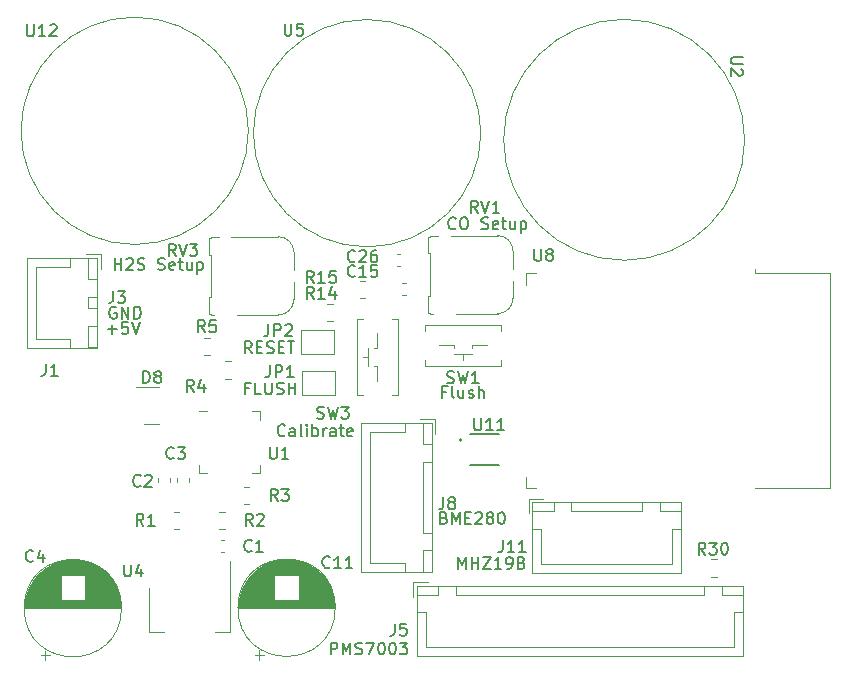
<source format=gbr>
%TF.GenerationSoftware,KiCad,Pcbnew,7.0.10-7.0.10~ubuntu22.04.1*%
%TF.CreationDate,2024-01-09T15:42:03+03:00*%
%TF.ProjectId,air-detector,6169722d-6465-4746-9563-746f722e6b69,rev?*%
%TF.SameCoordinates,Original*%
%TF.FileFunction,Legend,Top*%
%TF.FilePolarity,Positive*%
%FSLAX46Y46*%
G04 Gerber Fmt 4.6, Leading zero omitted, Abs format (unit mm)*
G04 Created by KiCad (PCBNEW 7.0.10-7.0.10~ubuntu22.04.1) date 2024-01-09 15:42:03*
%MOMM*%
%LPD*%
G01*
G04 APERTURE LIST*
%ADD10C,0.150000*%
%ADD11C,0.120000*%
%ADD12C,0.127000*%
%ADD13C,0.200000*%
G04 APERTURE END LIST*
D10*
X172660779Y-63654866D02*
X173422684Y-63654866D01*
X173041731Y-64035819D02*
X173041731Y-63273914D01*
X174375064Y-63035819D02*
X173898874Y-63035819D01*
X173898874Y-63035819D02*
X173851255Y-63512009D01*
X173851255Y-63512009D02*
X173898874Y-63464390D01*
X173898874Y-63464390D02*
X173994112Y-63416771D01*
X173994112Y-63416771D02*
X174232207Y-63416771D01*
X174232207Y-63416771D02*
X174327445Y-63464390D01*
X174327445Y-63464390D02*
X174375064Y-63512009D01*
X174375064Y-63512009D02*
X174422683Y-63607247D01*
X174422683Y-63607247D02*
X174422683Y-63845342D01*
X174422683Y-63845342D02*
X174375064Y-63940580D01*
X174375064Y-63940580D02*
X174327445Y-63988200D01*
X174327445Y-63988200D02*
X174232207Y-64035819D01*
X174232207Y-64035819D02*
X173994112Y-64035819D01*
X173994112Y-64035819D02*
X173898874Y-63988200D01*
X173898874Y-63988200D02*
X173851255Y-63940580D01*
X174708398Y-63035819D02*
X175041731Y-64035819D01*
X175041731Y-64035819D02*
X175375064Y-63035819D01*
X173384588Y-61783438D02*
X173289350Y-61735819D01*
X173289350Y-61735819D02*
X173146493Y-61735819D01*
X173146493Y-61735819D02*
X173003636Y-61783438D01*
X173003636Y-61783438D02*
X172908398Y-61878676D01*
X172908398Y-61878676D02*
X172860779Y-61973914D01*
X172860779Y-61973914D02*
X172813160Y-62164390D01*
X172813160Y-62164390D02*
X172813160Y-62307247D01*
X172813160Y-62307247D02*
X172860779Y-62497723D01*
X172860779Y-62497723D02*
X172908398Y-62592961D01*
X172908398Y-62592961D02*
X173003636Y-62688200D01*
X173003636Y-62688200D02*
X173146493Y-62735819D01*
X173146493Y-62735819D02*
X173241731Y-62735819D01*
X173241731Y-62735819D02*
X173384588Y-62688200D01*
X173384588Y-62688200D02*
X173432207Y-62640580D01*
X173432207Y-62640580D02*
X173432207Y-62307247D01*
X173432207Y-62307247D02*
X173241731Y-62307247D01*
X173860779Y-62735819D02*
X173860779Y-61735819D01*
X173860779Y-61735819D02*
X174432207Y-62735819D01*
X174432207Y-62735819D02*
X174432207Y-61735819D01*
X174908398Y-62735819D02*
X174908398Y-61735819D01*
X174908398Y-61735819D02*
X175146493Y-61735819D01*
X175146493Y-61735819D02*
X175289350Y-61783438D01*
X175289350Y-61783438D02*
X175384588Y-61878676D01*
X175384588Y-61878676D02*
X175432207Y-61973914D01*
X175432207Y-61973914D02*
X175479826Y-62164390D01*
X175479826Y-62164390D02*
X175479826Y-62307247D01*
X175479826Y-62307247D02*
X175432207Y-62497723D01*
X175432207Y-62497723D02*
X175384588Y-62592961D01*
X175384588Y-62592961D02*
X175289350Y-62688200D01*
X175289350Y-62688200D02*
X175146493Y-62735819D01*
X175146493Y-62735819D02*
X174908398Y-62735819D01*
X226429180Y-40612095D02*
X225619657Y-40612095D01*
X225619657Y-40612095D02*
X225524419Y-40659714D01*
X225524419Y-40659714D02*
X225476800Y-40707333D01*
X225476800Y-40707333D02*
X225429180Y-40802571D01*
X225429180Y-40802571D02*
X225429180Y-40993047D01*
X225429180Y-40993047D02*
X225476800Y-41088285D01*
X225476800Y-41088285D02*
X225524419Y-41135904D01*
X225524419Y-41135904D02*
X225619657Y-41183523D01*
X225619657Y-41183523D02*
X226429180Y-41183523D01*
X226333942Y-41612095D02*
X226381561Y-41659714D01*
X226381561Y-41659714D02*
X226429180Y-41754952D01*
X226429180Y-41754952D02*
X226429180Y-41993047D01*
X226429180Y-41993047D02*
X226381561Y-42088285D01*
X226381561Y-42088285D02*
X226333942Y-42135904D01*
X226333942Y-42135904D02*
X226238704Y-42183523D01*
X226238704Y-42183523D02*
X226143466Y-42183523D01*
X226143466Y-42183523D02*
X226000609Y-42135904D01*
X226000609Y-42135904D02*
X225429180Y-41564476D01*
X225429180Y-41564476D02*
X225429180Y-42183523D01*
X180907333Y-63883319D02*
X180574000Y-63407128D01*
X180335905Y-63883319D02*
X180335905Y-62883319D01*
X180335905Y-62883319D02*
X180716857Y-62883319D01*
X180716857Y-62883319D02*
X180812095Y-62930938D01*
X180812095Y-62930938D02*
X180859714Y-62978557D01*
X180859714Y-62978557D02*
X180907333Y-63073795D01*
X180907333Y-63073795D02*
X180907333Y-63216652D01*
X180907333Y-63216652D02*
X180859714Y-63311890D01*
X180859714Y-63311890D02*
X180812095Y-63359509D01*
X180812095Y-63359509D02*
X180716857Y-63407128D01*
X180716857Y-63407128D02*
X180335905Y-63407128D01*
X181812095Y-62883319D02*
X181335905Y-62883319D01*
X181335905Y-62883319D02*
X181288286Y-63359509D01*
X181288286Y-63359509D02*
X181335905Y-63311890D01*
X181335905Y-63311890D02*
X181431143Y-63264271D01*
X181431143Y-63264271D02*
X181669238Y-63264271D01*
X181669238Y-63264271D02*
X181764476Y-63311890D01*
X181764476Y-63311890D02*
X181812095Y-63359509D01*
X181812095Y-63359509D02*
X181859714Y-63454747D01*
X181859714Y-63454747D02*
X181859714Y-63692842D01*
X181859714Y-63692842D02*
X181812095Y-63788080D01*
X181812095Y-63788080D02*
X181764476Y-63835700D01*
X181764476Y-63835700D02*
X181669238Y-63883319D01*
X181669238Y-63883319D02*
X181431143Y-63883319D01*
X181431143Y-63883319D02*
X181335905Y-63835700D01*
X181335905Y-63835700D02*
X181288286Y-63788080D01*
X204028761Y-53770819D02*
X203695428Y-53294628D01*
X203457333Y-53770819D02*
X203457333Y-52770819D01*
X203457333Y-52770819D02*
X203838285Y-52770819D01*
X203838285Y-52770819D02*
X203933523Y-52818438D01*
X203933523Y-52818438D02*
X203981142Y-52866057D01*
X203981142Y-52866057D02*
X204028761Y-52961295D01*
X204028761Y-52961295D02*
X204028761Y-53104152D01*
X204028761Y-53104152D02*
X203981142Y-53199390D01*
X203981142Y-53199390D02*
X203933523Y-53247009D01*
X203933523Y-53247009D02*
X203838285Y-53294628D01*
X203838285Y-53294628D02*
X203457333Y-53294628D01*
X204314476Y-52770819D02*
X204647809Y-53770819D01*
X204647809Y-53770819D02*
X204981142Y-52770819D01*
X205838285Y-53770819D02*
X205266857Y-53770819D01*
X205552571Y-53770819D02*
X205552571Y-52770819D01*
X205552571Y-52770819D02*
X205457333Y-52913676D01*
X205457333Y-52913676D02*
X205362095Y-53008914D01*
X205362095Y-53008914D02*
X205266857Y-53056533D01*
X202133523Y-55075580D02*
X202085904Y-55123200D01*
X202085904Y-55123200D02*
X201943047Y-55170819D01*
X201943047Y-55170819D02*
X201847809Y-55170819D01*
X201847809Y-55170819D02*
X201704952Y-55123200D01*
X201704952Y-55123200D02*
X201609714Y-55027961D01*
X201609714Y-55027961D02*
X201562095Y-54932723D01*
X201562095Y-54932723D02*
X201514476Y-54742247D01*
X201514476Y-54742247D02*
X201514476Y-54599390D01*
X201514476Y-54599390D02*
X201562095Y-54408914D01*
X201562095Y-54408914D02*
X201609714Y-54313676D01*
X201609714Y-54313676D02*
X201704952Y-54218438D01*
X201704952Y-54218438D02*
X201847809Y-54170819D01*
X201847809Y-54170819D02*
X201943047Y-54170819D01*
X201943047Y-54170819D02*
X202085904Y-54218438D01*
X202085904Y-54218438D02*
X202133523Y-54266057D01*
X202752571Y-54170819D02*
X202943047Y-54170819D01*
X202943047Y-54170819D02*
X203038285Y-54218438D01*
X203038285Y-54218438D02*
X203133523Y-54313676D01*
X203133523Y-54313676D02*
X203181142Y-54504152D01*
X203181142Y-54504152D02*
X203181142Y-54837485D01*
X203181142Y-54837485D02*
X203133523Y-55027961D01*
X203133523Y-55027961D02*
X203038285Y-55123200D01*
X203038285Y-55123200D02*
X202943047Y-55170819D01*
X202943047Y-55170819D02*
X202752571Y-55170819D01*
X202752571Y-55170819D02*
X202657333Y-55123200D01*
X202657333Y-55123200D02*
X202562095Y-55027961D01*
X202562095Y-55027961D02*
X202514476Y-54837485D01*
X202514476Y-54837485D02*
X202514476Y-54504152D01*
X202514476Y-54504152D02*
X202562095Y-54313676D01*
X202562095Y-54313676D02*
X202657333Y-54218438D01*
X202657333Y-54218438D02*
X202752571Y-54170819D01*
X204324000Y-55123200D02*
X204466857Y-55170819D01*
X204466857Y-55170819D02*
X204704952Y-55170819D01*
X204704952Y-55170819D02*
X204800190Y-55123200D01*
X204800190Y-55123200D02*
X204847809Y-55075580D01*
X204847809Y-55075580D02*
X204895428Y-54980342D01*
X204895428Y-54980342D02*
X204895428Y-54885104D01*
X204895428Y-54885104D02*
X204847809Y-54789866D01*
X204847809Y-54789866D02*
X204800190Y-54742247D01*
X204800190Y-54742247D02*
X204704952Y-54694628D01*
X204704952Y-54694628D02*
X204514476Y-54647009D01*
X204514476Y-54647009D02*
X204419238Y-54599390D01*
X204419238Y-54599390D02*
X204371619Y-54551771D01*
X204371619Y-54551771D02*
X204324000Y-54456533D01*
X204324000Y-54456533D02*
X204324000Y-54361295D01*
X204324000Y-54361295D02*
X204371619Y-54266057D01*
X204371619Y-54266057D02*
X204419238Y-54218438D01*
X204419238Y-54218438D02*
X204514476Y-54170819D01*
X204514476Y-54170819D02*
X204752571Y-54170819D01*
X204752571Y-54170819D02*
X204895428Y-54218438D01*
X205704952Y-55123200D02*
X205609714Y-55170819D01*
X205609714Y-55170819D02*
X205419238Y-55170819D01*
X205419238Y-55170819D02*
X205324000Y-55123200D01*
X205324000Y-55123200D02*
X205276381Y-55027961D01*
X205276381Y-55027961D02*
X205276381Y-54647009D01*
X205276381Y-54647009D02*
X205324000Y-54551771D01*
X205324000Y-54551771D02*
X205419238Y-54504152D01*
X205419238Y-54504152D02*
X205609714Y-54504152D01*
X205609714Y-54504152D02*
X205704952Y-54551771D01*
X205704952Y-54551771D02*
X205752571Y-54647009D01*
X205752571Y-54647009D02*
X205752571Y-54742247D01*
X205752571Y-54742247D02*
X205276381Y-54837485D01*
X206038286Y-54504152D02*
X206419238Y-54504152D01*
X206181143Y-54170819D02*
X206181143Y-55027961D01*
X206181143Y-55027961D02*
X206228762Y-55123200D01*
X206228762Y-55123200D02*
X206324000Y-55170819D01*
X206324000Y-55170819D02*
X206419238Y-55170819D01*
X207181143Y-54504152D02*
X207181143Y-55170819D01*
X206752572Y-54504152D02*
X206752572Y-55027961D01*
X206752572Y-55027961D02*
X206800191Y-55123200D01*
X206800191Y-55123200D02*
X206895429Y-55170819D01*
X206895429Y-55170819D02*
X207038286Y-55170819D01*
X207038286Y-55170819D02*
X207133524Y-55123200D01*
X207133524Y-55123200D02*
X207181143Y-55075580D01*
X207657334Y-54504152D02*
X207657334Y-55504152D01*
X207657334Y-54551771D02*
X207752572Y-54504152D01*
X207752572Y-54504152D02*
X207943048Y-54504152D01*
X207943048Y-54504152D02*
X208038286Y-54551771D01*
X208038286Y-54551771D02*
X208085905Y-54599390D01*
X208085905Y-54599390D02*
X208133524Y-54694628D01*
X208133524Y-54694628D02*
X208133524Y-54980342D01*
X208133524Y-54980342D02*
X208085905Y-55075580D01*
X208085905Y-55075580D02*
X208038286Y-55123200D01*
X208038286Y-55123200D02*
X207943048Y-55170819D01*
X207943048Y-55170819D02*
X207752572Y-55170819D01*
X207752572Y-55170819D02*
X207657334Y-55123200D01*
X223281142Y-82720819D02*
X222947809Y-82244628D01*
X222709714Y-82720819D02*
X222709714Y-81720819D01*
X222709714Y-81720819D02*
X223090666Y-81720819D01*
X223090666Y-81720819D02*
X223185904Y-81768438D01*
X223185904Y-81768438D02*
X223233523Y-81816057D01*
X223233523Y-81816057D02*
X223281142Y-81911295D01*
X223281142Y-81911295D02*
X223281142Y-82054152D01*
X223281142Y-82054152D02*
X223233523Y-82149390D01*
X223233523Y-82149390D02*
X223185904Y-82197009D01*
X223185904Y-82197009D02*
X223090666Y-82244628D01*
X223090666Y-82244628D02*
X222709714Y-82244628D01*
X223614476Y-81720819D02*
X224233523Y-81720819D01*
X224233523Y-81720819D02*
X223900190Y-82101771D01*
X223900190Y-82101771D02*
X224043047Y-82101771D01*
X224043047Y-82101771D02*
X224138285Y-82149390D01*
X224138285Y-82149390D02*
X224185904Y-82197009D01*
X224185904Y-82197009D02*
X224233523Y-82292247D01*
X224233523Y-82292247D02*
X224233523Y-82530342D01*
X224233523Y-82530342D02*
X224185904Y-82625580D01*
X224185904Y-82625580D02*
X224138285Y-82673200D01*
X224138285Y-82673200D02*
X224043047Y-82720819D01*
X224043047Y-82720819D02*
X223757333Y-82720819D01*
X223757333Y-82720819D02*
X223662095Y-82673200D01*
X223662095Y-82673200D02*
X223614476Y-82625580D01*
X224852571Y-81720819D02*
X224947809Y-81720819D01*
X224947809Y-81720819D02*
X225043047Y-81768438D01*
X225043047Y-81768438D02*
X225090666Y-81816057D01*
X225090666Y-81816057D02*
X225138285Y-81911295D01*
X225138285Y-81911295D02*
X225185904Y-82101771D01*
X225185904Y-82101771D02*
X225185904Y-82339866D01*
X225185904Y-82339866D02*
X225138285Y-82530342D01*
X225138285Y-82530342D02*
X225090666Y-82625580D01*
X225090666Y-82625580D02*
X225043047Y-82673200D01*
X225043047Y-82673200D02*
X224947809Y-82720819D01*
X224947809Y-82720819D02*
X224852571Y-82720819D01*
X224852571Y-82720819D02*
X224757333Y-82673200D01*
X224757333Y-82673200D02*
X224709714Y-82625580D01*
X224709714Y-82625580D02*
X224662095Y-82530342D01*
X224662095Y-82530342D02*
X224614476Y-82339866D01*
X224614476Y-82339866D02*
X224614476Y-82101771D01*
X224614476Y-82101771D02*
X224662095Y-81911295D01*
X224662095Y-81911295D02*
X224709714Y-81816057D01*
X224709714Y-81816057D02*
X224757333Y-81768438D01*
X224757333Y-81768438D02*
X224852571Y-81720819D01*
X186412095Y-73620819D02*
X186412095Y-74430342D01*
X186412095Y-74430342D02*
X186459714Y-74525580D01*
X186459714Y-74525580D02*
X186507333Y-74573200D01*
X186507333Y-74573200D02*
X186602571Y-74620819D01*
X186602571Y-74620819D02*
X186793047Y-74620819D01*
X186793047Y-74620819D02*
X186888285Y-74573200D01*
X186888285Y-74573200D02*
X186935904Y-74525580D01*
X186935904Y-74525580D02*
X186983523Y-74430342D01*
X186983523Y-74430342D02*
X186983523Y-73620819D01*
X187983523Y-74620819D02*
X187412095Y-74620819D01*
X187697809Y-74620819D02*
X187697809Y-73620819D01*
X187697809Y-73620819D02*
X187602571Y-73763676D01*
X187602571Y-73763676D02*
X187507333Y-73858914D01*
X187507333Y-73858914D02*
X187412095Y-73906533D01*
X206114476Y-81520819D02*
X206114476Y-82235104D01*
X206114476Y-82235104D02*
X206066857Y-82377961D01*
X206066857Y-82377961D02*
X205971619Y-82473200D01*
X205971619Y-82473200D02*
X205828762Y-82520819D01*
X205828762Y-82520819D02*
X205733524Y-82520819D01*
X207114476Y-82520819D02*
X206543048Y-82520819D01*
X206828762Y-82520819D02*
X206828762Y-81520819D01*
X206828762Y-81520819D02*
X206733524Y-81663676D01*
X206733524Y-81663676D02*
X206638286Y-81758914D01*
X206638286Y-81758914D02*
X206543048Y-81806533D01*
X208066857Y-82520819D02*
X207495429Y-82520819D01*
X207781143Y-82520819D02*
X207781143Y-81520819D01*
X207781143Y-81520819D02*
X207685905Y-81663676D01*
X207685905Y-81663676D02*
X207590667Y-81758914D01*
X207590667Y-81758914D02*
X207495429Y-81806533D01*
X202338286Y-83920819D02*
X202338286Y-82920819D01*
X202338286Y-82920819D02*
X202671619Y-83635104D01*
X202671619Y-83635104D02*
X203004952Y-82920819D01*
X203004952Y-82920819D02*
X203004952Y-83920819D01*
X203481143Y-83920819D02*
X203481143Y-82920819D01*
X203481143Y-83397009D02*
X204052571Y-83397009D01*
X204052571Y-83920819D02*
X204052571Y-82920819D01*
X204433524Y-82920819D02*
X205100190Y-82920819D01*
X205100190Y-82920819D02*
X204433524Y-83920819D01*
X204433524Y-83920819D02*
X205100190Y-83920819D01*
X206004952Y-83920819D02*
X205433524Y-83920819D01*
X205719238Y-83920819D02*
X205719238Y-82920819D01*
X205719238Y-82920819D02*
X205624000Y-83063676D01*
X205624000Y-83063676D02*
X205528762Y-83158914D01*
X205528762Y-83158914D02*
X205433524Y-83206533D01*
X206481143Y-83920819D02*
X206671619Y-83920819D01*
X206671619Y-83920819D02*
X206766857Y-83873200D01*
X206766857Y-83873200D02*
X206814476Y-83825580D01*
X206814476Y-83825580D02*
X206909714Y-83682723D01*
X206909714Y-83682723D02*
X206957333Y-83492247D01*
X206957333Y-83492247D02*
X206957333Y-83111295D01*
X206957333Y-83111295D02*
X206909714Y-83016057D01*
X206909714Y-83016057D02*
X206862095Y-82968438D01*
X206862095Y-82968438D02*
X206766857Y-82920819D01*
X206766857Y-82920819D02*
X206576381Y-82920819D01*
X206576381Y-82920819D02*
X206481143Y-82968438D01*
X206481143Y-82968438D02*
X206433524Y-83016057D01*
X206433524Y-83016057D02*
X206385905Y-83111295D01*
X206385905Y-83111295D02*
X206385905Y-83349390D01*
X206385905Y-83349390D02*
X206433524Y-83444628D01*
X206433524Y-83444628D02*
X206481143Y-83492247D01*
X206481143Y-83492247D02*
X206576381Y-83539866D01*
X206576381Y-83539866D02*
X206766857Y-83539866D01*
X206766857Y-83539866D02*
X206862095Y-83492247D01*
X206862095Y-83492247D02*
X206909714Y-83444628D01*
X206909714Y-83444628D02*
X206957333Y-83349390D01*
X207719238Y-83397009D02*
X207862095Y-83444628D01*
X207862095Y-83444628D02*
X207909714Y-83492247D01*
X207909714Y-83492247D02*
X207957333Y-83587485D01*
X207957333Y-83587485D02*
X207957333Y-83730342D01*
X207957333Y-83730342D02*
X207909714Y-83825580D01*
X207909714Y-83825580D02*
X207862095Y-83873200D01*
X207862095Y-83873200D02*
X207766857Y-83920819D01*
X207766857Y-83920819D02*
X207385905Y-83920819D01*
X207385905Y-83920819D02*
X207385905Y-82920819D01*
X207385905Y-82920819D02*
X207719238Y-82920819D01*
X207719238Y-82920819D02*
X207814476Y-82968438D01*
X207814476Y-82968438D02*
X207862095Y-83016057D01*
X207862095Y-83016057D02*
X207909714Y-83111295D01*
X207909714Y-83111295D02*
X207909714Y-83206533D01*
X207909714Y-83206533D02*
X207862095Y-83301771D01*
X207862095Y-83301771D02*
X207814476Y-83349390D01*
X207814476Y-83349390D02*
X207719238Y-83397009D01*
X207719238Y-83397009D02*
X207385905Y-83397009D01*
X201416667Y-68157200D02*
X201559524Y-68204819D01*
X201559524Y-68204819D02*
X201797619Y-68204819D01*
X201797619Y-68204819D02*
X201892857Y-68157200D01*
X201892857Y-68157200D02*
X201940476Y-68109580D01*
X201940476Y-68109580D02*
X201988095Y-68014342D01*
X201988095Y-68014342D02*
X201988095Y-67919104D01*
X201988095Y-67919104D02*
X201940476Y-67823866D01*
X201940476Y-67823866D02*
X201892857Y-67776247D01*
X201892857Y-67776247D02*
X201797619Y-67728628D01*
X201797619Y-67728628D02*
X201607143Y-67681009D01*
X201607143Y-67681009D02*
X201511905Y-67633390D01*
X201511905Y-67633390D02*
X201464286Y-67585771D01*
X201464286Y-67585771D02*
X201416667Y-67490533D01*
X201416667Y-67490533D02*
X201416667Y-67395295D01*
X201416667Y-67395295D02*
X201464286Y-67300057D01*
X201464286Y-67300057D02*
X201511905Y-67252438D01*
X201511905Y-67252438D02*
X201607143Y-67204819D01*
X201607143Y-67204819D02*
X201845238Y-67204819D01*
X201845238Y-67204819D02*
X201988095Y-67252438D01*
X202321429Y-67204819D02*
X202559524Y-68204819D01*
X202559524Y-68204819D02*
X202750000Y-67490533D01*
X202750000Y-67490533D02*
X202940476Y-68204819D01*
X202940476Y-68204819D02*
X203178572Y-67204819D01*
X204083333Y-68204819D02*
X203511905Y-68204819D01*
X203797619Y-68204819D02*
X203797619Y-67204819D01*
X203797619Y-67204819D02*
X203702381Y-67347676D01*
X203702381Y-67347676D02*
X203607143Y-67442914D01*
X203607143Y-67442914D02*
X203511905Y-67490533D01*
X201321428Y-68931009D02*
X200988095Y-68931009D01*
X200988095Y-69454819D02*
X200988095Y-68454819D01*
X200988095Y-68454819D02*
X201464285Y-68454819D01*
X201988095Y-69454819D02*
X201892857Y-69407200D01*
X201892857Y-69407200D02*
X201845238Y-69311961D01*
X201845238Y-69311961D02*
X201845238Y-68454819D01*
X202797619Y-68788152D02*
X202797619Y-69454819D01*
X202369048Y-68788152D02*
X202369048Y-69311961D01*
X202369048Y-69311961D02*
X202416667Y-69407200D01*
X202416667Y-69407200D02*
X202511905Y-69454819D01*
X202511905Y-69454819D02*
X202654762Y-69454819D01*
X202654762Y-69454819D02*
X202750000Y-69407200D01*
X202750000Y-69407200D02*
X202797619Y-69359580D01*
X203226191Y-69407200D02*
X203321429Y-69454819D01*
X203321429Y-69454819D02*
X203511905Y-69454819D01*
X203511905Y-69454819D02*
X203607143Y-69407200D01*
X203607143Y-69407200D02*
X203654762Y-69311961D01*
X203654762Y-69311961D02*
X203654762Y-69264342D01*
X203654762Y-69264342D02*
X203607143Y-69169104D01*
X203607143Y-69169104D02*
X203511905Y-69121485D01*
X203511905Y-69121485D02*
X203369048Y-69121485D01*
X203369048Y-69121485D02*
X203273810Y-69073866D01*
X203273810Y-69073866D02*
X203226191Y-68978628D01*
X203226191Y-68978628D02*
X203226191Y-68931009D01*
X203226191Y-68931009D02*
X203273810Y-68835771D01*
X203273810Y-68835771D02*
X203369048Y-68788152D01*
X203369048Y-68788152D02*
X203511905Y-68788152D01*
X203511905Y-68788152D02*
X203607143Y-68835771D01*
X204083334Y-69454819D02*
X204083334Y-68454819D01*
X204511905Y-69454819D02*
X204511905Y-68931009D01*
X204511905Y-68931009D02*
X204464286Y-68835771D01*
X204464286Y-68835771D02*
X204369048Y-68788152D01*
X204369048Y-68788152D02*
X204226191Y-68788152D01*
X204226191Y-68788152D02*
X204130953Y-68835771D01*
X204130953Y-68835771D02*
X204083334Y-68883390D01*
X193607142Y-57859580D02*
X193559523Y-57907200D01*
X193559523Y-57907200D02*
X193416666Y-57954819D01*
X193416666Y-57954819D02*
X193321428Y-57954819D01*
X193321428Y-57954819D02*
X193178571Y-57907200D01*
X193178571Y-57907200D02*
X193083333Y-57811961D01*
X193083333Y-57811961D02*
X193035714Y-57716723D01*
X193035714Y-57716723D02*
X192988095Y-57526247D01*
X192988095Y-57526247D02*
X192988095Y-57383390D01*
X192988095Y-57383390D02*
X193035714Y-57192914D01*
X193035714Y-57192914D02*
X193083333Y-57097676D01*
X193083333Y-57097676D02*
X193178571Y-57002438D01*
X193178571Y-57002438D02*
X193321428Y-56954819D01*
X193321428Y-56954819D02*
X193416666Y-56954819D01*
X193416666Y-56954819D02*
X193559523Y-57002438D01*
X193559523Y-57002438D02*
X193607142Y-57050057D01*
X193988095Y-57050057D02*
X194035714Y-57002438D01*
X194035714Y-57002438D02*
X194130952Y-56954819D01*
X194130952Y-56954819D02*
X194369047Y-56954819D01*
X194369047Y-56954819D02*
X194464285Y-57002438D01*
X194464285Y-57002438D02*
X194511904Y-57050057D01*
X194511904Y-57050057D02*
X194559523Y-57145295D01*
X194559523Y-57145295D02*
X194559523Y-57240533D01*
X194559523Y-57240533D02*
X194511904Y-57383390D01*
X194511904Y-57383390D02*
X193940476Y-57954819D01*
X193940476Y-57954819D02*
X194559523Y-57954819D01*
X195416666Y-56954819D02*
X195226190Y-56954819D01*
X195226190Y-56954819D02*
X195130952Y-57002438D01*
X195130952Y-57002438D02*
X195083333Y-57050057D01*
X195083333Y-57050057D02*
X194988095Y-57192914D01*
X194988095Y-57192914D02*
X194940476Y-57383390D01*
X194940476Y-57383390D02*
X194940476Y-57764342D01*
X194940476Y-57764342D02*
X194988095Y-57859580D01*
X194988095Y-57859580D02*
X195035714Y-57907200D01*
X195035714Y-57907200D02*
X195130952Y-57954819D01*
X195130952Y-57954819D02*
X195321428Y-57954819D01*
X195321428Y-57954819D02*
X195416666Y-57907200D01*
X195416666Y-57907200D02*
X195464285Y-57859580D01*
X195464285Y-57859580D02*
X195511904Y-57764342D01*
X195511904Y-57764342D02*
X195511904Y-57526247D01*
X195511904Y-57526247D02*
X195464285Y-57431009D01*
X195464285Y-57431009D02*
X195416666Y-57383390D01*
X195416666Y-57383390D02*
X195321428Y-57335771D01*
X195321428Y-57335771D02*
X195130952Y-57335771D01*
X195130952Y-57335771D02*
X195035714Y-57383390D01*
X195035714Y-57383390D02*
X194988095Y-57431009D01*
X194988095Y-57431009D02*
X194940476Y-57526247D01*
X165835905Y-37820819D02*
X165835905Y-38630342D01*
X165835905Y-38630342D02*
X165883524Y-38725580D01*
X165883524Y-38725580D02*
X165931143Y-38773200D01*
X165931143Y-38773200D02*
X166026381Y-38820819D01*
X166026381Y-38820819D02*
X166216857Y-38820819D01*
X166216857Y-38820819D02*
X166312095Y-38773200D01*
X166312095Y-38773200D02*
X166359714Y-38725580D01*
X166359714Y-38725580D02*
X166407333Y-38630342D01*
X166407333Y-38630342D02*
X166407333Y-37820819D01*
X167407333Y-38820819D02*
X166835905Y-38820819D01*
X167121619Y-38820819D02*
X167121619Y-37820819D01*
X167121619Y-37820819D02*
X167026381Y-37963676D01*
X167026381Y-37963676D02*
X166931143Y-38058914D01*
X166931143Y-38058914D02*
X166835905Y-38106533D01*
X167788286Y-37916057D02*
X167835905Y-37868438D01*
X167835905Y-37868438D02*
X167931143Y-37820819D01*
X167931143Y-37820819D02*
X168169238Y-37820819D01*
X168169238Y-37820819D02*
X168264476Y-37868438D01*
X168264476Y-37868438D02*
X168312095Y-37916057D01*
X168312095Y-37916057D02*
X168359714Y-38011295D01*
X168359714Y-38011295D02*
X168359714Y-38106533D01*
X168359714Y-38106533D02*
X168312095Y-38249390D01*
X168312095Y-38249390D02*
X167740667Y-38820819D01*
X167740667Y-38820819D02*
X168359714Y-38820819D01*
X167440666Y-66570819D02*
X167440666Y-67285104D01*
X167440666Y-67285104D02*
X167393047Y-67427961D01*
X167393047Y-67427961D02*
X167297809Y-67523200D01*
X167297809Y-67523200D02*
X167154952Y-67570819D01*
X167154952Y-67570819D02*
X167059714Y-67570819D01*
X168440666Y-67570819D02*
X167869238Y-67570819D01*
X168154952Y-67570819D02*
X168154952Y-66570819D01*
X168154952Y-66570819D02*
X168059714Y-66713676D01*
X168059714Y-66713676D02*
X167964476Y-66808914D01*
X167964476Y-66808914D02*
X167869238Y-66856533D01*
X187662095Y-37770819D02*
X187662095Y-38580342D01*
X187662095Y-38580342D02*
X187709714Y-38675580D01*
X187709714Y-38675580D02*
X187757333Y-38723200D01*
X187757333Y-38723200D02*
X187852571Y-38770819D01*
X187852571Y-38770819D02*
X188043047Y-38770819D01*
X188043047Y-38770819D02*
X188138285Y-38723200D01*
X188138285Y-38723200D02*
X188185904Y-38675580D01*
X188185904Y-38675580D02*
X188233523Y-38580342D01*
X188233523Y-38580342D02*
X188233523Y-37770819D01*
X189185904Y-37770819D02*
X188709714Y-37770819D01*
X188709714Y-37770819D02*
X188662095Y-38247009D01*
X188662095Y-38247009D02*
X188709714Y-38199390D01*
X188709714Y-38199390D02*
X188804952Y-38151771D01*
X188804952Y-38151771D02*
X189043047Y-38151771D01*
X189043047Y-38151771D02*
X189138285Y-38199390D01*
X189138285Y-38199390D02*
X189185904Y-38247009D01*
X189185904Y-38247009D02*
X189233523Y-38342247D01*
X189233523Y-38342247D02*
X189233523Y-38580342D01*
X189233523Y-38580342D02*
X189185904Y-38675580D01*
X189185904Y-38675580D02*
X189138285Y-38723200D01*
X189138285Y-38723200D02*
X189043047Y-38770819D01*
X189043047Y-38770819D02*
X188804952Y-38770819D01*
X188804952Y-38770819D02*
X188709714Y-38723200D01*
X188709714Y-38723200D02*
X188662095Y-38675580D01*
X175707333Y-80270819D02*
X175374000Y-79794628D01*
X175135905Y-80270819D02*
X175135905Y-79270819D01*
X175135905Y-79270819D02*
X175516857Y-79270819D01*
X175516857Y-79270819D02*
X175612095Y-79318438D01*
X175612095Y-79318438D02*
X175659714Y-79366057D01*
X175659714Y-79366057D02*
X175707333Y-79461295D01*
X175707333Y-79461295D02*
X175707333Y-79604152D01*
X175707333Y-79604152D02*
X175659714Y-79699390D01*
X175659714Y-79699390D02*
X175612095Y-79747009D01*
X175612095Y-79747009D02*
X175516857Y-79794628D01*
X175516857Y-79794628D02*
X175135905Y-79794628D01*
X176659714Y-80270819D02*
X176088286Y-80270819D01*
X176374000Y-80270819D02*
X176374000Y-79270819D01*
X176374000Y-79270819D02*
X176278762Y-79413676D01*
X176278762Y-79413676D02*
X176183524Y-79508914D01*
X176183524Y-79508914D02*
X176088286Y-79556533D01*
X190107142Y-59704819D02*
X189773809Y-59228628D01*
X189535714Y-59704819D02*
X189535714Y-58704819D01*
X189535714Y-58704819D02*
X189916666Y-58704819D01*
X189916666Y-58704819D02*
X190011904Y-58752438D01*
X190011904Y-58752438D02*
X190059523Y-58800057D01*
X190059523Y-58800057D02*
X190107142Y-58895295D01*
X190107142Y-58895295D02*
X190107142Y-59038152D01*
X190107142Y-59038152D02*
X190059523Y-59133390D01*
X190059523Y-59133390D02*
X190011904Y-59181009D01*
X190011904Y-59181009D02*
X189916666Y-59228628D01*
X189916666Y-59228628D02*
X189535714Y-59228628D01*
X191059523Y-59704819D02*
X190488095Y-59704819D01*
X190773809Y-59704819D02*
X190773809Y-58704819D01*
X190773809Y-58704819D02*
X190678571Y-58847676D01*
X190678571Y-58847676D02*
X190583333Y-58942914D01*
X190583333Y-58942914D02*
X190488095Y-58990533D01*
X191964285Y-58704819D02*
X191488095Y-58704819D01*
X191488095Y-58704819D02*
X191440476Y-59181009D01*
X191440476Y-59181009D02*
X191488095Y-59133390D01*
X191488095Y-59133390D02*
X191583333Y-59085771D01*
X191583333Y-59085771D02*
X191821428Y-59085771D01*
X191821428Y-59085771D02*
X191916666Y-59133390D01*
X191916666Y-59133390D02*
X191964285Y-59181009D01*
X191964285Y-59181009D02*
X192011904Y-59276247D01*
X192011904Y-59276247D02*
X192011904Y-59514342D01*
X192011904Y-59514342D02*
X191964285Y-59609580D01*
X191964285Y-59609580D02*
X191916666Y-59657200D01*
X191916666Y-59657200D02*
X191821428Y-59704819D01*
X191821428Y-59704819D02*
X191583333Y-59704819D01*
X191583333Y-59704819D02*
X191488095Y-59657200D01*
X191488095Y-59657200D02*
X191440476Y-59609580D01*
X178428761Y-57420819D02*
X178095428Y-56944628D01*
X177857333Y-57420819D02*
X177857333Y-56420819D01*
X177857333Y-56420819D02*
X178238285Y-56420819D01*
X178238285Y-56420819D02*
X178333523Y-56468438D01*
X178333523Y-56468438D02*
X178381142Y-56516057D01*
X178381142Y-56516057D02*
X178428761Y-56611295D01*
X178428761Y-56611295D02*
X178428761Y-56754152D01*
X178428761Y-56754152D02*
X178381142Y-56849390D01*
X178381142Y-56849390D02*
X178333523Y-56897009D01*
X178333523Y-56897009D02*
X178238285Y-56944628D01*
X178238285Y-56944628D02*
X177857333Y-56944628D01*
X178714476Y-56420819D02*
X179047809Y-57420819D01*
X179047809Y-57420819D02*
X179381142Y-56420819D01*
X179619238Y-56420819D02*
X180238285Y-56420819D01*
X180238285Y-56420819D02*
X179904952Y-56801771D01*
X179904952Y-56801771D02*
X180047809Y-56801771D01*
X180047809Y-56801771D02*
X180143047Y-56849390D01*
X180143047Y-56849390D02*
X180190666Y-56897009D01*
X180190666Y-56897009D02*
X180238285Y-56992247D01*
X180238285Y-56992247D02*
X180238285Y-57230342D01*
X180238285Y-57230342D02*
X180190666Y-57325580D01*
X180190666Y-57325580D02*
X180143047Y-57373200D01*
X180143047Y-57373200D02*
X180047809Y-57420819D01*
X180047809Y-57420819D02*
X179762095Y-57420819D01*
X179762095Y-57420819D02*
X179666857Y-57373200D01*
X179666857Y-57373200D02*
X179619238Y-57325580D01*
X173259714Y-58620819D02*
X173259714Y-57620819D01*
X173259714Y-58097009D02*
X173831142Y-58097009D01*
X173831142Y-58620819D02*
X173831142Y-57620819D01*
X174259714Y-57716057D02*
X174307333Y-57668438D01*
X174307333Y-57668438D02*
X174402571Y-57620819D01*
X174402571Y-57620819D02*
X174640666Y-57620819D01*
X174640666Y-57620819D02*
X174735904Y-57668438D01*
X174735904Y-57668438D02*
X174783523Y-57716057D01*
X174783523Y-57716057D02*
X174831142Y-57811295D01*
X174831142Y-57811295D02*
X174831142Y-57906533D01*
X174831142Y-57906533D02*
X174783523Y-58049390D01*
X174783523Y-58049390D02*
X174212095Y-58620819D01*
X174212095Y-58620819D02*
X174831142Y-58620819D01*
X175212095Y-58573200D02*
X175354952Y-58620819D01*
X175354952Y-58620819D02*
X175593047Y-58620819D01*
X175593047Y-58620819D02*
X175688285Y-58573200D01*
X175688285Y-58573200D02*
X175735904Y-58525580D01*
X175735904Y-58525580D02*
X175783523Y-58430342D01*
X175783523Y-58430342D02*
X175783523Y-58335104D01*
X175783523Y-58335104D02*
X175735904Y-58239866D01*
X175735904Y-58239866D02*
X175688285Y-58192247D01*
X175688285Y-58192247D02*
X175593047Y-58144628D01*
X175593047Y-58144628D02*
X175402571Y-58097009D01*
X175402571Y-58097009D02*
X175307333Y-58049390D01*
X175307333Y-58049390D02*
X175259714Y-58001771D01*
X175259714Y-58001771D02*
X175212095Y-57906533D01*
X175212095Y-57906533D02*
X175212095Y-57811295D01*
X175212095Y-57811295D02*
X175259714Y-57716057D01*
X175259714Y-57716057D02*
X175307333Y-57668438D01*
X175307333Y-57668438D02*
X175402571Y-57620819D01*
X175402571Y-57620819D02*
X175640666Y-57620819D01*
X175640666Y-57620819D02*
X175783523Y-57668438D01*
X176926381Y-58573200D02*
X177069238Y-58620819D01*
X177069238Y-58620819D02*
X177307333Y-58620819D01*
X177307333Y-58620819D02*
X177402571Y-58573200D01*
X177402571Y-58573200D02*
X177450190Y-58525580D01*
X177450190Y-58525580D02*
X177497809Y-58430342D01*
X177497809Y-58430342D02*
X177497809Y-58335104D01*
X177497809Y-58335104D02*
X177450190Y-58239866D01*
X177450190Y-58239866D02*
X177402571Y-58192247D01*
X177402571Y-58192247D02*
X177307333Y-58144628D01*
X177307333Y-58144628D02*
X177116857Y-58097009D01*
X177116857Y-58097009D02*
X177021619Y-58049390D01*
X177021619Y-58049390D02*
X176974000Y-58001771D01*
X176974000Y-58001771D02*
X176926381Y-57906533D01*
X176926381Y-57906533D02*
X176926381Y-57811295D01*
X176926381Y-57811295D02*
X176974000Y-57716057D01*
X176974000Y-57716057D02*
X177021619Y-57668438D01*
X177021619Y-57668438D02*
X177116857Y-57620819D01*
X177116857Y-57620819D02*
X177354952Y-57620819D01*
X177354952Y-57620819D02*
X177497809Y-57668438D01*
X178307333Y-58573200D02*
X178212095Y-58620819D01*
X178212095Y-58620819D02*
X178021619Y-58620819D01*
X178021619Y-58620819D02*
X177926381Y-58573200D01*
X177926381Y-58573200D02*
X177878762Y-58477961D01*
X177878762Y-58477961D02*
X177878762Y-58097009D01*
X177878762Y-58097009D02*
X177926381Y-58001771D01*
X177926381Y-58001771D02*
X178021619Y-57954152D01*
X178021619Y-57954152D02*
X178212095Y-57954152D01*
X178212095Y-57954152D02*
X178307333Y-58001771D01*
X178307333Y-58001771D02*
X178354952Y-58097009D01*
X178354952Y-58097009D02*
X178354952Y-58192247D01*
X178354952Y-58192247D02*
X177878762Y-58287485D01*
X178640667Y-57954152D02*
X179021619Y-57954152D01*
X178783524Y-57620819D02*
X178783524Y-58477961D01*
X178783524Y-58477961D02*
X178831143Y-58573200D01*
X178831143Y-58573200D02*
X178926381Y-58620819D01*
X178926381Y-58620819D02*
X179021619Y-58620819D01*
X179783524Y-57954152D02*
X179783524Y-58620819D01*
X179354953Y-57954152D02*
X179354953Y-58477961D01*
X179354953Y-58477961D02*
X179402572Y-58573200D01*
X179402572Y-58573200D02*
X179497810Y-58620819D01*
X179497810Y-58620819D02*
X179640667Y-58620819D01*
X179640667Y-58620819D02*
X179735905Y-58573200D01*
X179735905Y-58573200D02*
X179783524Y-58525580D01*
X180259715Y-57954152D02*
X180259715Y-58954152D01*
X180259715Y-58001771D02*
X180354953Y-57954152D01*
X180354953Y-57954152D02*
X180545429Y-57954152D01*
X180545429Y-57954152D02*
X180640667Y-58001771D01*
X180640667Y-58001771D02*
X180688286Y-58049390D01*
X180688286Y-58049390D02*
X180735905Y-58144628D01*
X180735905Y-58144628D02*
X180735905Y-58430342D01*
X180735905Y-58430342D02*
X180688286Y-58525580D01*
X180688286Y-58525580D02*
X180640667Y-58573200D01*
X180640667Y-58573200D02*
X180545429Y-58620819D01*
X180545429Y-58620819D02*
X180354953Y-58620819D01*
X180354953Y-58620819D02*
X180259715Y-58573200D01*
X184857333Y-82375580D02*
X184809714Y-82423200D01*
X184809714Y-82423200D02*
X184666857Y-82470819D01*
X184666857Y-82470819D02*
X184571619Y-82470819D01*
X184571619Y-82470819D02*
X184428762Y-82423200D01*
X184428762Y-82423200D02*
X184333524Y-82327961D01*
X184333524Y-82327961D02*
X184285905Y-82232723D01*
X184285905Y-82232723D02*
X184238286Y-82042247D01*
X184238286Y-82042247D02*
X184238286Y-81899390D01*
X184238286Y-81899390D02*
X184285905Y-81708914D01*
X184285905Y-81708914D02*
X184333524Y-81613676D01*
X184333524Y-81613676D02*
X184428762Y-81518438D01*
X184428762Y-81518438D02*
X184571619Y-81470819D01*
X184571619Y-81470819D02*
X184666857Y-81470819D01*
X184666857Y-81470819D02*
X184809714Y-81518438D01*
X184809714Y-81518438D02*
X184857333Y-81566057D01*
X185809714Y-82470819D02*
X185238286Y-82470819D01*
X185524000Y-82470819D02*
X185524000Y-81470819D01*
X185524000Y-81470819D02*
X185428762Y-81613676D01*
X185428762Y-81613676D02*
X185333524Y-81708914D01*
X185333524Y-81708914D02*
X185238286Y-81756533D01*
X186290666Y-63220819D02*
X186290666Y-63935104D01*
X186290666Y-63935104D02*
X186243047Y-64077961D01*
X186243047Y-64077961D02*
X186147809Y-64173200D01*
X186147809Y-64173200D02*
X186004952Y-64220819D01*
X186004952Y-64220819D02*
X185909714Y-64220819D01*
X186766857Y-64220819D02*
X186766857Y-63220819D01*
X186766857Y-63220819D02*
X187147809Y-63220819D01*
X187147809Y-63220819D02*
X187243047Y-63268438D01*
X187243047Y-63268438D02*
X187290666Y-63316057D01*
X187290666Y-63316057D02*
X187338285Y-63411295D01*
X187338285Y-63411295D02*
X187338285Y-63554152D01*
X187338285Y-63554152D02*
X187290666Y-63649390D01*
X187290666Y-63649390D02*
X187243047Y-63697009D01*
X187243047Y-63697009D02*
X187147809Y-63744628D01*
X187147809Y-63744628D02*
X186766857Y-63744628D01*
X187719238Y-63316057D02*
X187766857Y-63268438D01*
X187766857Y-63268438D02*
X187862095Y-63220819D01*
X187862095Y-63220819D02*
X188100190Y-63220819D01*
X188100190Y-63220819D02*
X188195428Y-63268438D01*
X188195428Y-63268438D02*
X188243047Y-63316057D01*
X188243047Y-63316057D02*
X188290666Y-63411295D01*
X188290666Y-63411295D02*
X188290666Y-63506533D01*
X188290666Y-63506533D02*
X188243047Y-63649390D01*
X188243047Y-63649390D02*
X187671619Y-64220819D01*
X187671619Y-64220819D02*
X188290666Y-64220819D01*
X184871618Y-65670819D02*
X184538285Y-65194628D01*
X184300190Y-65670819D02*
X184300190Y-64670819D01*
X184300190Y-64670819D02*
X184681142Y-64670819D01*
X184681142Y-64670819D02*
X184776380Y-64718438D01*
X184776380Y-64718438D02*
X184823999Y-64766057D01*
X184823999Y-64766057D02*
X184871618Y-64861295D01*
X184871618Y-64861295D02*
X184871618Y-65004152D01*
X184871618Y-65004152D02*
X184823999Y-65099390D01*
X184823999Y-65099390D02*
X184776380Y-65147009D01*
X184776380Y-65147009D02*
X184681142Y-65194628D01*
X184681142Y-65194628D02*
X184300190Y-65194628D01*
X185300190Y-65147009D02*
X185633523Y-65147009D01*
X185776380Y-65670819D02*
X185300190Y-65670819D01*
X185300190Y-65670819D02*
X185300190Y-64670819D01*
X185300190Y-64670819D02*
X185776380Y-64670819D01*
X186157333Y-65623200D02*
X186300190Y-65670819D01*
X186300190Y-65670819D02*
X186538285Y-65670819D01*
X186538285Y-65670819D02*
X186633523Y-65623200D01*
X186633523Y-65623200D02*
X186681142Y-65575580D01*
X186681142Y-65575580D02*
X186728761Y-65480342D01*
X186728761Y-65480342D02*
X186728761Y-65385104D01*
X186728761Y-65385104D02*
X186681142Y-65289866D01*
X186681142Y-65289866D02*
X186633523Y-65242247D01*
X186633523Y-65242247D02*
X186538285Y-65194628D01*
X186538285Y-65194628D02*
X186347809Y-65147009D01*
X186347809Y-65147009D02*
X186252571Y-65099390D01*
X186252571Y-65099390D02*
X186204952Y-65051771D01*
X186204952Y-65051771D02*
X186157333Y-64956533D01*
X186157333Y-64956533D02*
X186157333Y-64861295D01*
X186157333Y-64861295D02*
X186204952Y-64766057D01*
X186204952Y-64766057D02*
X186252571Y-64718438D01*
X186252571Y-64718438D02*
X186347809Y-64670819D01*
X186347809Y-64670819D02*
X186585904Y-64670819D01*
X186585904Y-64670819D02*
X186728761Y-64718438D01*
X187157333Y-65147009D02*
X187490666Y-65147009D01*
X187633523Y-65670819D02*
X187157333Y-65670819D01*
X187157333Y-65670819D02*
X187157333Y-64670819D01*
X187157333Y-64670819D02*
X187633523Y-64670819D01*
X187919238Y-64670819D02*
X188490666Y-64670819D01*
X188204952Y-65670819D02*
X188204952Y-64670819D01*
X190416667Y-71157200D02*
X190559524Y-71204819D01*
X190559524Y-71204819D02*
X190797619Y-71204819D01*
X190797619Y-71204819D02*
X190892857Y-71157200D01*
X190892857Y-71157200D02*
X190940476Y-71109580D01*
X190940476Y-71109580D02*
X190988095Y-71014342D01*
X190988095Y-71014342D02*
X190988095Y-70919104D01*
X190988095Y-70919104D02*
X190940476Y-70823866D01*
X190940476Y-70823866D02*
X190892857Y-70776247D01*
X190892857Y-70776247D02*
X190797619Y-70728628D01*
X190797619Y-70728628D02*
X190607143Y-70681009D01*
X190607143Y-70681009D02*
X190511905Y-70633390D01*
X190511905Y-70633390D02*
X190464286Y-70585771D01*
X190464286Y-70585771D02*
X190416667Y-70490533D01*
X190416667Y-70490533D02*
X190416667Y-70395295D01*
X190416667Y-70395295D02*
X190464286Y-70300057D01*
X190464286Y-70300057D02*
X190511905Y-70252438D01*
X190511905Y-70252438D02*
X190607143Y-70204819D01*
X190607143Y-70204819D02*
X190845238Y-70204819D01*
X190845238Y-70204819D02*
X190988095Y-70252438D01*
X191321429Y-70204819D02*
X191559524Y-71204819D01*
X191559524Y-71204819D02*
X191750000Y-70490533D01*
X191750000Y-70490533D02*
X191940476Y-71204819D01*
X191940476Y-71204819D02*
X192178572Y-70204819D01*
X192464286Y-70204819D02*
X193083333Y-70204819D01*
X193083333Y-70204819D02*
X192750000Y-70585771D01*
X192750000Y-70585771D02*
X192892857Y-70585771D01*
X192892857Y-70585771D02*
X192988095Y-70633390D01*
X192988095Y-70633390D02*
X193035714Y-70681009D01*
X193035714Y-70681009D02*
X193083333Y-70776247D01*
X193083333Y-70776247D02*
X193083333Y-71014342D01*
X193083333Y-71014342D02*
X193035714Y-71109580D01*
X193035714Y-71109580D02*
X192988095Y-71157200D01*
X192988095Y-71157200D02*
X192892857Y-71204819D01*
X192892857Y-71204819D02*
X192607143Y-71204819D01*
X192607143Y-71204819D02*
X192511905Y-71157200D01*
X192511905Y-71157200D02*
X192464286Y-71109580D01*
X187678570Y-72609580D02*
X187630951Y-72657200D01*
X187630951Y-72657200D02*
X187488094Y-72704819D01*
X187488094Y-72704819D02*
X187392856Y-72704819D01*
X187392856Y-72704819D02*
X187249999Y-72657200D01*
X187249999Y-72657200D02*
X187154761Y-72561961D01*
X187154761Y-72561961D02*
X187107142Y-72466723D01*
X187107142Y-72466723D02*
X187059523Y-72276247D01*
X187059523Y-72276247D02*
X187059523Y-72133390D01*
X187059523Y-72133390D02*
X187107142Y-71942914D01*
X187107142Y-71942914D02*
X187154761Y-71847676D01*
X187154761Y-71847676D02*
X187249999Y-71752438D01*
X187249999Y-71752438D02*
X187392856Y-71704819D01*
X187392856Y-71704819D02*
X187488094Y-71704819D01*
X187488094Y-71704819D02*
X187630951Y-71752438D01*
X187630951Y-71752438D02*
X187678570Y-71800057D01*
X188535713Y-72704819D02*
X188535713Y-72181009D01*
X188535713Y-72181009D02*
X188488094Y-72085771D01*
X188488094Y-72085771D02*
X188392856Y-72038152D01*
X188392856Y-72038152D02*
X188202380Y-72038152D01*
X188202380Y-72038152D02*
X188107142Y-72085771D01*
X188535713Y-72657200D02*
X188440475Y-72704819D01*
X188440475Y-72704819D02*
X188202380Y-72704819D01*
X188202380Y-72704819D02*
X188107142Y-72657200D01*
X188107142Y-72657200D02*
X188059523Y-72561961D01*
X188059523Y-72561961D02*
X188059523Y-72466723D01*
X188059523Y-72466723D02*
X188107142Y-72371485D01*
X188107142Y-72371485D02*
X188202380Y-72323866D01*
X188202380Y-72323866D02*
X188440475Y-72323866D01*
X188440475Y-72323866D02*
X188535713Y-72276247D01*
X189154761Y-72704819D02*
X189059523Y-72657200D01*
X189059523Y-72657200D02*
X189011904Y-72561961D01*
X189011904Y-72561961D02*
X189011904Y-71704819D01*
X189535714Y-72704819D02*
X189535714Y-72038152D01*
X189535714Y-71704819D02*
X189488095Y-71752438D01*
X189488095Y-71752438D02*
X189535714Y-71800057D01*
X189535714Y-71800057D02*
X189583333Y-71752438D01*
X189583333Y-71752438D02*
X189535714Y-71704819D01*
X189535714Y-71704819D02*
X189535714Y-71800057D01*
X190011904Y-72704819D02*
X190011904Y-71704819D01*
X190011904Y-72085771D02*
X190107142Y-72038152D01*
X190107142Y-72038152D02*
X190297618Y-72038152D01*
X190297618Y-72038152D02*
X190392856Y-72085771D01*
X190392856Y-72085771D02*
X190440475Y-72133390D01*
X190440475Y-72133390D02*
X190488094Y-72228628D01*
X190488094Y-72228628D02*
X190488094Y-72514342D01*
X190488094Y-72514342D02*
X190440475Y-72609580D01*
X190440475Y-72609580D02*
X190392856Y-72657200D01*
X190392856Y-72657200D02*
X190297618Y-72704819D01*
X190297618Y-72704819D02*
X190107142Y-72704819D01*
X190107142Y-72704819D02*
X190011904Y-72657200D01*
X190916666Y-72704819D02*
X190916666Y-72038152D01*
X190916666Y-72228628D02*
X190964285Y-72133390D01*
X190964285Y-72133390D02*
X191011904Y-72085771D01*
X191011904Y-72085771D02*
X191107142Y-72038152D01*
X191107142Y-72038152D02*
X191202380Y-72038152D01*
X191964285Y-72704819D02*
X191964285Y-72181009D01*
X191964285Y-72181009D02*
X191916666Y-72085771D01*
X191916666Y-72085771D02*
X191821428Y-72038152D01*
X191821428Y-72038152D02*
X191630952Y-72038152D01*
X191630952Y-72038152D02*
X191535714Y-72085771D01*
X191964285Y-72657200D02*
X191869047Y-72704819D01*
X191869047Y-72704819D02*
X191630952Y-72704819D01*
X191630952Y-72704819D02*
X191535714Y-72657200D01*
X191535714Y-72657200D02*
X191488095Y-72561961D01*
X191488095Y-72561961D02*
X191488095Y-72466723D01*
X191488095Y-72466723D02*
X191535714Y-72371485D01*
X191535714Y-72371485D02*
X191630952Y-72323866D01*
X191630952Y-72323866D02*
X191869047Y-72323866D01*
X191869047Y-72323866D02*
X191964285Y-72276247D01*
X192297619Y-72038152D02*
X192678571Y-72038152D01*
X192440476Y-71704819D02*
X192440476Y-72561961D01*
X192440476Y-72561961D02*
X192488095Y-72657200D01*
X192488095Y-72657200D02*
X192583333Y-72704819D01*
X192583333Y-72704819D02*
X192678571Y-72704819D01*
X193392857Y-72657200D02*
X193297619Y-72704819D01*
X193297619Y-72704819D02*
X193107143Y-72704819D01*
X193107143Y-72704819D02*
X193011905Y-72657200D01*
X193011905Y-72657200D02*
X192964286Y-72561961D01*
X192964286Y-72561961D02*
X192964286Y-72181009D01*
X192964286Y-72181009D02*
X193011905Y-72085771D01*
X193011905Y-72085771D02*
X193107143Y-72038152D01*
X193107143Y-72038152D02*
X193297619Y-72038152D01*
X193297619Y-72038152D02*
X193392857Y-72085771D01*
X193392857Y-72085771D02*
X193440476Y-72181009D01*
X193440476Y-72181009D02*
X193440476Y-72276247D01*
X193440476Y-72276247D02*
X192964286Y-72371485D01*
X208808095Y-56844819D02*
X208808095Y-57654342D01*
X208808095Y-57654342D02*
X208855714Y-57749580D01*
X208855714Y-57749580D02*
X208903333Y-57797200D01*
X208903333Y-57797200D02*
X208998571Y-57844819D01*
X208998571Y-57844819D02*
X209189047Y-57844819D01*
X209189047Y-57844819D02*
X209284285Y-57797200D01*
X209284285Y-57797200D02*
X209331904Y-57749580D01*
X209331904Y-57749580D02*
X209379523Y-57654342D01*
X209379523Y-57654342D02*
X209379523Y-56844819D01*
X209998571Y-57273390D02*
X209903333Y-57225771D01*
X209903333Y-57225771D02*
X209855714Y-57178152D01*
X209855714Y-57178152D02*
X209808095Y-57082914D01*
X209808095Y-57082914D02*
X209808095Y-57035295D01*
X209808095Y-57035295D02*
X209855714Y-56940057D01*
X209855714Y-56940057D02*
X209903333Y-56892438D01*
X209903333Y-56892438D02*
X209998571Y-56844819D01*
X209998571Y-56844819D02*
X210189047Y-56844819D01*
X210189047Y-56844819D02*
X210284285Y-56892438D01*
X210284285Y-56892438D02*
X210331904Y-56940057D01*
X210331904Y-56940057D02*
X210379523Y-57035295D01*
X210379523Y-57035295D02*
X210379523Y-57082914D01*
X210379523Y-57082914D02*
X210331904Y-57178152D01*
X210331904Y-57178152D02*
X210284285Y-57225771D01*
X210284285Y-57225771D02*
X210189047Y-57273390D01*
X210189047Y-57273390D02*
X209998571Y-57273390D01*
X209998571Y-57273390D02*
X209903333Y-57321009D01*
X209903333Y-57321009D02*
X209855714Y-57368628D01*
X209855714Y-57368628D02*
X209808095Y-57463866D01*
X209808095Y-57463866D02*
X209808095Y-57654342D01*
X209808095Y-57654342D02*
X209855714Y-57749580D01*
X209855714Y-57749580D02*
X209903333Y-57797200D01*
X209903333Y-57797200D02*
X209998571Y-57844819D01*
X209998571Y-57844819D02*
X210189047Y-57844819D01*
X210189047Y-57844819D02*
X210284285Y-57797200D01*
X210284285Y-57797200D02*
X210331904Y-57749580D01*
X210331904Y-57749580D02*
X210379523Y-57654342D01*
X210379523Y-57654342D02*
X210379523Y-57463866D01*
X210379523Y-57463866D02*
X210331904Y-57368628D01*
X210331904Y-57368628D02*
X210284285Y-57321009D01*
X210284285Y-57321009D02*
X210189047Y-57273390D01*
X196990666Y-88570819D02*
X196990666Y-89285104D01*
X196990666Y-89285104D02*
X196943047Y-89427961D01*
X196943047Y-89427961D02*
X196847809Y-89523200D01*
X196847809Y-89523200D02*
X196704952Y-89570819D01*
X196704952Y-89570819D02*
X196609714Y-89570819D01*
X197943047Y-88570819D02*
X197466857Y-88570819D01*
X197466857Y-88570819D02*
X197419238Y-89047009D01*
X197419238Y-89047009D02*
X197466857Y-88999390D01*
X197466857Y-88999390D02*
X197562095Y-88951771D01*
X197562095Y-88951771D02*
X197800190Y-88951771D01*
X197800190Y-88951771D02*
X197895428Y-88999390D01*
X197895428Y-88999390D02*
X197943047Y-89047009D01*
X197943047Y-89047009D02*
X197990666Y-89142247D01*
X197990666Y-89142247D02*
X197990666Y-89380342D01*
X197990666Y-89380342D02*
X197943047Y-89475580D01*
X197943047Y-89475580D02*
X197895428Y-89523200D01*
X197895428Y-89523200D02*
X197800190Y-89570819D01*
X197800190Y-89570819D02*
X197562095Y-89570819D01*
X197562095Y-89570819D02*
X197466857Y-89523200D01*
X197466857Y-89523200D02*
X197419238Y-89475580D01*
X191559714Y-91170819D02*
X191559714Y-90170819D01*
X191559714Y-90170819D02*
X191940666Y-90170819D01*
X191940666Y-90170819D02*
X192035904Y-90218438D01*
X192035904Y-90218438D02*
X192083523Y-90266057D01*
X192083523Y-90266057D02*
X192131142Y-90361295D01*
X192131142Y-90361295D02*
X192131142Y-90504152D01*
X192131142Y-90504152D02*
X192083523Y-90599390D01*
X192083523Y-90599390D02*
X192035904Y-90647009D01*
X192035904Y-90647009D02*
X191940666Y-90694628D01*
X191940666Y-90694628D02*
X191559714Y-90694628D01*
X192559714Y-91170819D02*
X192559714Y-90170819D01*
X192559714Y-90170819D02*
X192893047Y-90885104D01*
X192893047Y-90885104D02*
X193226380Y-90170819D01*
X193226380Y-90170819D02*
X193226380Y-91170819D01*
X193654952Y-91123200D02*
X193797809Y-91170819D01*
X193797809Y-91170819D02*
X194035904Y-91170819D01*
X194035904Y-91170819D02*
X194131142Y-91123200D01*
X194131142Y-91123200D02*
X194178761Y-91075580D01*
X194178761Y-91075580D02*
X194226380Y-90980342D01*
X194226380Y-90980342D02*
X194226380Y-90885104D01*
X194226380Y-90885104D02*
X194178761Y-90789866D01*
X194178761Y-90789866D02*
X194131142Y-90742247D01*
X194131142Y-90742247D02*
X194035904Y-90694628D01*
X194035904Y-90694628D02*
X193845428Y-90647009D01*
X193845428Y-90647009D02*
X193750190Y-90599390D01*
X193750190Y-90599390D02*
X193702571Y-90551771D01*
X193702571Y-90551771D02*
X193654952Y-90456533D01*
X193654952Y-90456533D02*
X193654952Y-90361295D01*
X193654952Y-90361295D02*
X193702571Y-90266057D01*
X193702571Y-90266057D02*
X193750190Y-90218438D01*
X193750190Y-90218438D02*
X193845428Y-90170819D01*
X193845428Y-90170819D02*
X194083523Y-90170819D01*
X194083523Y-90170819D02*
X194226380Y-90218438D01*
X194559714Y-90170819D02*
X195226380Y-90170819D01*
X195226380Y-90170819D02*
X194797809Y-91170819D01*
X195797809Y-90170819D02*
X195893047Y-90170819D01*
X195893047Y-90170819D02*
X195988285Y-90218438D01*
X195988285Y-90218438D02*
X196035904Y-90266057D01*
X196035904Y-90266057D02*
X196083523Y-90361295D01*
X196083523Y-90361295D02*
X196131142Y-90551771D01*
X196131142Y-90551771D02*
X196131142Y-90789866D01*
X196131142Y-90789866D02*
X196083523Y-90980342D01*
X196083523Y-90980342D02*
X196035904Y-91075580D01*
X196035904Y-91075580D02*
X195988285Y-91123200D01*
X195988285Y-91123200D02*
X195893047Y-91170819D01*
X195893047Y-91170819D02*
X195797809Y-91170819D01*
X195797809Y-91170819D02*
X195702571Y-91123200D01*
X195702571Y-91123200D02*
X195654952Y-91075580D01*
X195654952Y-91075580D02*
X195607333Y-90980342D01*
X195607333Y-90980342D02*
X195559714Y-90789866D01*
X195559714Y-90789866D02*
X195559714Y-90551771D01*
X195559714Y-90551771D02*
X195607333Y-90361295D01*
X195607333Y-90361295D02*
X195654952Y-90266057D01*
X195654952Y-90266057D02*
X195702571Y-90218438D01*
X195702571Y-90218438D02*
X195797809Y-90170819D01*
X196750190Y-90170819D02*
X196845428Y-90170819D01*
X196845428Y-90170819D02*
X196940666Y-90218438D01*
X196940666Y-90218438D02*
X196988285Y-90266057D01*
X196988285Y-90266057D02*
X197035904Y-90361295D01*
X197035904Y-90361295D02*
X197083523Y-90551771D01*
X197083523Y-90551771D02*
X197083523Y-90789866D01*
X197083523Y-90789866D02*
X197035904Y-90980342D01*
X197035904Y-90980342D02*
X196988285Y-91075580D01*
X196988285Y-91075580D02*
X196940666Y-91123200D01*
X196940666Y-91123200D02*
X196845428Y-91170819D01*
X196845428Y-91170819D02*
X196750190Y-91170819D01*
X196750190Y-91170819D02*
X196654952Y-91123200D01*
X196654952Y-91123200D02*
X196607333Y-91075580D01*
X196607333Y-91075580D02*
X196559714Y-90980342D01*
X196559714Y-90980342D02*
X196512095Y-90789866D01*
X196512095Y-90789866D02*
X196512095Y-90551771D01*
X196512095Y-90551771D02*
X196559714Y-90361295D01*
X196559714Y-90361295D02*
X196607333Y-90266057D01*
X196607333Y-90266057D02*
X196654952Y-90218438D01*
X196654952Y-90218438D02*
X196750190Y-90170819D01*
X197416857Y-90170819D02*
X198035904Y-90170819D01*
X198035904Y-90170819D02*
X197702571Y-90551771D01*
X197702571Y-90551771D02*
X197845428Y-90551771D01*
X197845428Y-90551771D02*
X197940666Y-90599390D01*
X197940666Y-90599390D02*
X197988285Y-90647009D01*
X197988285Y-90647009D02*
X198035904Y-90742247D01*
X198035904Y-90742247D02*
X198035904Y-90980342D01*
X198035904Y-90980342D02*
X197988285Y-91075580D01*
X197988285Y-91075580D02*
X197940666Y-91123200D01*
X197940666Y-91123200D02*
X197845428Y-91170819D01*
X197845428Y-91170819D02*
X197559714Y-91170819D01*
X197559714Y-91170819D02*
X197464476Y-91123200D01*
X197464476Y-91123200D02*
X197416857Y-91075580D01*
X178257333Y-74525580D02*
X178209714Y-74573200D01*
X178209714Y-74573200D02*
X178066857Y-74620819D01*
X178066857Y-74620819D02*
X177971619Y-74620819D01*
X177971619Y-74620819D02*
X177828762Y-74573200D01*
X177828762Y-74573200D02*
X177733524Y-74477961D01*
X177733524Y-74477961D02*
X177685905Y-74382723D01*
X177685905Y-74382723D02*
X177638286Y-74192247D01*
X177638286Y-74192247D02*
X177638286Y-74049390D01*
X177638286Y-74049390D02*
X177685905Y-73858914D01*
X177685905Y-73858914D02*
X177733524Y-73763676D01*
X177733524Y-73763676D02*
X177828762Y-73668438D01*
X177828762Y-73668438D02*
X177971619Y-73620819D01*
X177971619Y-73620819D02*
X178066857Y-73620819D01*
X178066857Y-73620819D02*
X178209714Y-73668438D01*
X178209714Y-73668438D02*
X178257333Y-73716057D01*
X178590667Y-73620819D02*
X179209714Y-73620819D01*
X179209714Y-73620819D02*
X178876381Y-74001771D01*
X178876381Y-74001771D02*
X179019238Y-74001771D01*
X179019238Y-74001771D02*
X179114476Y-74049390D01*
X179114476Y-74049390D02*
X179162095Y-74097009D01*
X179162095Y-74097009D02*
X179209714Y-74192247D01*
X179209714Y-74192247D02*
X179209714Y-74430342D01*
X179209714Y-74430342D02*
X179162095Y-74525580D01*
X179162095Y-74525580D02*
X179114476Y-74573200D01*
X179114476Y-74573200D02*
X179019238Y-74620819D01*
X179019238Y-74620819D02*
X178733524Y-74620819D01*
X178733524Y-74620819D02*
X178638286Y-74573200D01*
X178638286Y-74573200D02*
X178590667Y-74525580D01*
X193607142Y-59109580D02*
X193559523Y-59157200D01*
X193559523Y-59157200D02*
X193416666Y-59204819D01*
X193416666Y-59204819D02*
X193321428Y-59204819D01*
X193321428Y-59204819D02*
X193178571Y-59157200D01*
X193178571Y-59157200D02*
X193083333Y-59061961D01*
X193083333Y-59061961D02*
X193035714Y-58966723D01*
X193035714Y-58966723D02*
X192988095Y-58776247D01*
X192988095Y-58776247D02*
X192988095Y-58633390D01*
X192988095Y-58633390D02*
X193035714Y-58442914D01*
X193035714Y-58442914D02*
X193083333Y-58347676D01*
X193083333Y-58347676D02*
X193178571Y-58252438D01*
X193178571Y-58252438D02*
X193321428Y-58204819D01*
X193321428Y-58204819D02*
X193416666Y-58204819D01*
X193416666Y-58204819D02*
X193559523Y-58252438D01*
X193559523Y-58252438D02*
X193607142Y-58300057D01*
X194559523Y-59204819D02*
X193988095Y-59204819D01*
X194273809Y-59204819D02*
X194273809Y-58204819D01*
X194273809Y-58204819D02*
X194178571Y-58347676D01*
X194178571Y-58347676D02*
X194083333Y-58442914D01*
X194083333Y-58442914D02*
X193988095Y-58490533D01*
X195464285Y-58204819D02*
X194988095Y-58204819D01*
X194988095Y-58204819D02*
X194940476Y-58681009D01*
X194940476Y-58681009D02*
X194988095Y-58633390D01*
X194988095Y-58633390D02*
X195083333Y-58585771D01*
X195083333Y-58585771D02*
X195321428Y-58585771D01*
X195321428Y-58585771D02*
X195416666Y-58633390D01*
X195416666Y-58633390D02*
X195464285Y-58681009D01*
X195464285Y-58681009D02*
X195511904Y-58776247D01*
X195511904Y-58776247D02*
X195511904Y-59014342D01*
X195511904Y-59014342D02*
X195464285Y-59109580D01*
X195464285Y-59109580D02*
X195416666Y-59157200D01*
X195416666Y-59157200D02*
X195321428Y-59204819D01*
X195321428Y-59204819D02*
X195083333Y-59204819D01*
X195083333Y-59204819D02*
X194988095Y-59157200D01*
X194988095Y-59157200D02*
X194940476Y-59109580D01*
X203718905Y-71178419D02*
X203718905Y-71987942D01*
X203718905Y-71987942D02*
X203766524Y-72083180D01*
X203766524Y-72083180D02*
X203814143Y-72130800D01*
X203814143Y-72130800D02*
X203909381Y-72178419D01*
X203909381Y-72178419D02*
X204099857Y-72178419D01*
X204099857Y-72178419D02*
X204195095Y-72130800D01*
X204195095Y-72130800D02*
X204242714Y-72083180D01*
X204242714Y-72083180D02*
X204290333Y-71987942D01*
X204290333Y-71987942D02*
X204290333Y-71178419D01*
X205290333Y-72178419D02*
X204718905Y-72178419D01*
X205004619Y-72178419D02*
X205004619Y-71178419D01*
X205004619Y-71178419D02*
X204909381Y-71321276D01*
X204909381Y-71321276D02*
X204814143Y-71416514D01*
X204814143Y-71416514D02*
X204718905Y-71464133D01*
X206242714Y-72178419D02*
X205671286Y-72178419D01*
X205957000Y-72178419D02*
X205957000Y-71178419D01*
X205957000Y-71178419D02*
X205861762Y-71321276D01*
X205861762Y-71321276D02*
X205766524Y-71416514D01*
X205766524Y-71416514D02*
X205671286Y-71464133D01*
X184957333Y-80270819D02*
X184624000Y-79794628D01*
X184385905Y-80270819D02*
X184385905Y-79270819D01*
X184385905Y-79270819D02*
X184766857Y-79270819D01*
X184766857Y-79270819D02*
X184862095Y-79318438D01*
X184862095Y-79318438D02*
X184909714Y-79366057D01*
X184909714Y-79366057D02*
X184957333Y-79461295D01*
X184957333Y-79461295D02*
X184957333Y-79604152D01*
X184957333Y-79604152D02*
X184909714Y-79699390D01*
X184909714Y-79699390D02*
X184862095Y-79747009D01*
X184862095Y-79747009D02*
X184766857Y-79794628D01*
X184766857Y-79794628D02*
X184385905Y-79794628D01*
X185338286Y-79366057D02*
X185385905Y-79318438D01*
X185385905Y-79318438D02*
X185481143Y-79270819D01*
X185481143Y-79270819D02*
X185719238Y-79270819D01*
X185719238Y-79270819D02*
X185814476Y-79318438D01*
X185814476Y-79318438D02*
X185862095Y-79366057D01*
X185862095Y-79366057D02*
X185909714Y-79461295D01*
X185909714Y-79461295D02*
X185909714Y-79556533D01*
X185909714Y-79556533D02*
X185862095Y-79699390D01*
X185862095Y-79699390D02*
X185290667Y-80270819D01*
X185290667Y-80270819D02*
X185909714Y-80270819D01*
X175457333Y-76875580D02*
X175409714Y-76923200D01*
X175409714Y-76923200D02*
X175266857Y-76970819D01*
X175266857Y-76970819D02*
X175171619Y-76970819D01*
X175171619Y-76970819D02*
X175028762Y-76923200D01*
X175028762Y-76923200D02*
X174933524Y-76827961D01*
X174933524Y-76827961D02*
X174885905Y-76732723D01*
X174885905Y-76732723D02*
X174838286Y-76542247D01*
X174838286Y-76542247D02*
X174838286Y-76399390D01*
X174838286Y-76399390D02*
X174885905Y-76208914D01*
X174885905Y-76208914D02*
X174933524Y-76113676D01*
X174933524Y-76113676D02*
X175028762Y-76018438D01*
X175028762Y-76018438D02*
X175171619Y-75970819D01*
X175171619Y-75970819D02*
X175266857Y-75970819D01*
X175266857Y-75970819D02*
X175409714Y-76018438D01*
X175409714Y-76018438D02*
X175457333Y-76066057D01*
X175838286Y-76066057D02*
X175885905Y-76018438D01*
X175885905Y-76018438D02*
X175981143Y-75970819D01*
X175981143Y-75970819D02*
X176219238Y-75970819D01*
X176219238Y-75970819D02*
X176314476Y-76018438D01*
X176314476Y-76018438D02*
X176362095Y-76066057D01*
X176362095Y-76066057D02*
X176409714Y-76161295D01*
X176409714Y-76161295D02*
X176409714Y-76256533D01*
X176409714Y-76256533D02*
X176362095Y-76399390D01*
X176362095Y-76399390D02*
X175790667Y-76970819D01*
X175790667Y-76970819D02*
X176409714Y-76970819D01*
X201090666Y-77870819D02*
X201090666Y-78585104D01*
X201090666Y-78585104D02*
X201043047Y-78727961D01*
X201043047Y-78727961D02*
X200947809Y-78823200D01*
X200947809Y-78823200D02*
X200804952Y-78870819D01*
X200804952Y-78870819D02*
X200709714Y-78870819D01*
X201709714Y-78299390D02*
X201614476Y-78251771D01*
X201614476Y-78251771D02*
X201566857Y-78204152D01*
X201566857Y-78204152D02*
X201519238Y-78108914D01*
X201519238Y-78108914D02*
X201519238Y-78061295D01*
X201519238Y-78061295D02*
X201566857Y-77966057D01*
X201566857Y-77966057D02*
X201614476Y-77918438D01*
X201614476Y-77918438D02*
X201709714Y-77870819D01*
X201709714Y-77870819D02*
X201900190Y-77870819D01*
X201900190Y-77870819D02*
X201995428Y-77918438D01*
X201995428Y-77918438D02*
X202043047Y-77966057D01*
X202043047Y-77966057D02*
X202090666Y-78061295D01*
X202090666Y-78061295D02*
X202090666Y-78108914D01*
X202090666Y-78108914D02*
X202043047Y-78204152D01*
X202043047Y-78204152D02*
X201995428Y-78251771D01*
X201995428Y-78251771D02*
X201900190Y-78299390D01*
X201900190Y-78299390D02*
X201709714Y-78299390D01*
X201709714Y-78299390D02*
X201614476Y-78347009D01*
X201614476Y-78347009D02*
X201566857Y-78394628D01*
X201566857Y-78394628D02*
X201519238Y-78489866D01*
X201519238Y-78489866D02*
X201519238Y-78680342D01*
X201519238Y-78680342D02*
X201566857Y-78775580D01*
X201566857Y-78775580D02*
X201614476Y-78823200D01*
X201614476Y-78823200D02*
X201709714Y-78870819D01*
X201709714Y-78870819D02*
X201900190Y-78870819D01*
X201900190Y-78870819D02*
X201995428Y-78823200D01*
X201995428Y-78823200D02*
X202043047Y-78775580D01*
X202043047Y-78775580D02*
X202090666Y-78680342D01*
X202090666Y-78680342D02*
X202090666Y-78489866D01*
X202090666Y-78489866D02*
X202043047Y-78394628D01*
X202043047Y-78394628D02*
X201995428Y-78347009D01*
X201995428Y-78347009D02*
X201900190Y-78299390D01*
X201143047Y-79597009D02*
X201285904Y-79644628D01*
X201285904Y-79644628D02*
X201333523Y-79692247D01*
X201333523Y-79692247D02*
X201381142Y-79787485D01*
X201381142Y-79787485D02*
X201381142Y-79930342D01*
X201381142Y-79930342D02*
X201333523Y-80025580D01*
X201333523Y-80025580D02*
X201285904Y-80073200D01*
X201285904Y-80073200D02*
X201190666Y-80120819D01*
X201190666Y-80120819D02*
X200809714Y-80120819D01*
X200809714Y-80120819D02*
X200809714Y-79120819D01*
X200809714Y-79120819D02*
X201143047Y-79120819D01*
X201143047Y-79120819D02*
X201238285Y-79168438D01*
X201238285Y-79168438D02*
X201285904Y-79216057D01*
X201285904Y-79216057D02*
X201333523Y-79311295D01*
X201333523Y-79311295D02*
X201333523Y-79406533D01*
X201333523Y-79406533D02*
X201285904Y-79501771D01*
X201285904Y-79501771D02*
X201238285Y-79549390D01*
X201238285Y-79549390D02*
X201143047Y-79597009D01*
X201143047Y-79597009D02*
X200809714Y-79597009D01*
X201809714Y-80120819D02*
X201809714Y-79120819D01*
X201809714Y-79120819D02*
X202143047Y-79835104D01*
X202143047Y-79835104D02*
X202476380Y-79120819D01*
X202476380Y-79120819D02*
X202476380Y-80120819D01*
X202952571Y-79597009D02*
X203285904Y-79597009D01*
X203428761Y-80120819D02*
X202952571Y-80120819D01*
X202952571Y-80120819D02*
X202952571Y-79120819D01*
X202952571Y-79120819D02*
X203428761Y-79120819D01*
X203809714Y-79216057D02*
X203857333Y-79168438D01*
X203857333Y-79168438D02*
X203952571Y-79120819D01*
X203952571Y-79120819D02*
X204190666Y-79120819D01*
X204190666Y-79120819D02*
X204285904Y-79168438D01*
X204285904Y-79168438D02*
X204333523Y-79216057D01*
X204333523Y-79216057D02*
X204381142Y-79311295D01*
X204381142Y-79311295D02*
X204381142Y-79406533D01*
X204381142Y-79406533D02*
X204333523Y-79549390D01*
X204333523Y-79549390D02*
X203762095Y-80120819D01*
X203762095Y-80120819D02*
X204381142Y-80120819D01*
X204952571Y-79549390D02*
X204857333Y-79501771D01*
X204857333Y-79501771D02*
X204809714Y-79454152D01*
X204809714Y-79454152D02*
X204762095Y-79358914D01*
X204762095Y-79358914D02*
X204762095Y-79311295D01*
X204762095Y-79311295D02*
X204809714Y-79216057D01*
X204809714Y-79216057D02*
X204857333Y-79168438D01*
X204857333Y-79168438D02*
X204952571Y-79120819D01*
X204952571Y-79120819D02*
X205143047Y-79120819D01*
X205143047Y-79120819D02*
X205238285Y-79168438D01*
X205238285Y-79168438D02*
X205285904Y-79216057D01*
X205285904Y-79216057D02*
X205333523Y-79311295D01*
X205333523Y-79311295D02*
X205333523Y-79358914D01*
X205333523Y-79358914D02*
X205285904Y-79454152D01*
X205285904Y-79454152D02*
X205238285Y-79501771D01*
X205238285Y-79501771D02*
X205143047Y-79549390D01*
X205143047Y-79549390D02*
X204952571Y-79549390D01*
X204952571Y-79549390D02*
X204857333Y-79597009D01*
X204857333Y-79597009D02*
X204809714Y-79644628D01*
X204809714Y-79644628D02*
X204762095Y-79739866D01*
X204762095Y-79739866D02*
X204762095Y-79930342D01*
X204762095Y-79930342D02*
X204809714Y-80025580D01*
X204809714Y-80025580D02*
X204857333Y-80073200D01*
X204857333Y-80073200D02*
X204952571Y-80120819D01*
X204952571Y-80120819D02*
X205143047Y-80120819D01*
X205143047Y-80120819D02*
X205238285Y-80073200D01*
X205238285Y-80073200D02*
X205285904Y-80025580D01*
X205285904Y-80025580D02*
X205333523Y-79930342D01*
X205333523Y-79930342D02*
X205333523Y-79739866D01*
X205333523Y-79739866D02*
X205285904Y-79644628D01*
X205285904Y-79644628D02*
X205238285Y-79597009D01*
X205238285Y-79597009D02*
X205143047Y-79549390D01*
X205952571Y-79120819D02*
X206047809Y-79120819D01*
X206047809Y-79120819D02*
X206143047Y-79168438D01*
X206143047Y-79168438D02*
X206190666Y-79216057D01*
X206190666Y-79216057D02*
X206238285Y-79311295D01*
X206238285Y-79311295D02*
X206285904Y-79501771D01*
X206285904Y-79501771D02*
X206285904Y-79739866D01*
X206285904Y-79739866D02*
X206238285Y-79930342D01*
X206238285Y-79930342D02*
X206190666Y-80025580D01*
X206190666Y-80025580D02*
X206143047Y-80073200D01*
X206143047Y-80073200D02*
X206047809Y-80120819D01*
X206047809Y-80120819D02*
X205952571Y-80120819D01*
X205952571Y-80120819D02*
X205857333Y-80073200D01*
X205857333Y-80073200D02*
X205809714Y-80025580D01*
X205809714Y-80025580D02*
X205762095Y-79930342D01*
X205762095Y-79930342D02*
X205714476Y-79739866D01*
X205714476Y-79739866D02*
X205714476Y-79501771D01*
X205714476Y-79501771D02*
X205762095Y-79311295D01*
X205762095Y-79311295D02*
X205809714Y-79216057D01*
X205809714Y-79216057D02*
X205857333Y-79168438D01*
X205857333Y-79168438D02*
X205952571Y-79120819D01*
X173140666Y-60420819D02*
X173140666Y-61135104D01*
X173140666Y-61135104D02*
X173093047Y-61277961D01*
X173093047Y-61277961D02*
X172997809Y-61373200D01*
X172997809Y-61373200D02*
X172854952Y-61420819D01*
X172854952Y-61420819D02*
X172759714Y-61420819D01*
X173521619Y-60420819D02*
X174140666Y-60420819D01*
X174140666Y-60420819D02*
X173807333Y-60801771D01*
X173807333Y-60801771D02*
X173950190Y-60801771D01*
X173950190Y-60801771D02*
X174045428Y-60849390D01*
X174045428Y-60849390D02*
X174093047Y-60897009D01*
X174093047Y-60897009D02*
X174140666Y-60992247D01*
X174140666Y-60992247D02*
X174140666Y-61230342D01*
X174140666Y-61230342D02*
X174093047Y-61325580D01*
X174093047Y-61325580D02*
X174045428Y-61373200D01*
X174045428Y-61373200D02*
X173950190Y-61420819D01*
X173950190Y-61420819D02*
X173664476Y-61420819D01*
X173664476Y-61420819D02*
X173569238Y-61373200D01*
X173569238Y-61373200D02*
X173521619Y-61325580D01*
X186416666Y-66704819D02*
X186416666Y-67419104D01*
X186416666Y-67419104D02*
X186369047Y-67561961D01*
X186369047Y-67561961D02*
X186273809Y-67657200D01*
X186273809Y-67657200D02*
X186130952Y-67704819D01*
X186130952Y-67704819D02*
X186035714Y-67704819D01*
X186892857Y-67704819D02*
X186892857Y-66704819D01*
X186892857Y-66704819D02*
X187273809Y-66704819D01*
X187273809Y-66704819D02*
X187369047Y-66752438D01*
X187369047Y-66752438D02*
X187416666Y-66800057D01*
X187416666Y-66800057D02*
X187464285Y-66895295D01*
X187464285Y-66895295D02*
X187464285Y-67038152D01*
X187464285Y-67038152D02*
X187416666Y-67133390D01*
X187416666Y-67133390D02*
X187369047Y-67181009D01*
X187369047Y-67181009D02*
X187273809Y-67228628D01*
X187273809Y-67228628D02*
X186892857Y-67228628D01*
X188416666Y-67704819D02*
X187845238Y-67704819D01*
X188130952Y-67704819D02*
X188130952Y-66704819D01*
X188130952Y-66704819D02*
X188035714Y-66847676D01*
X188035714Y-66847676D02*
X187940476Y-66942914D01*
X187940476Y-66942914D02*
X187845238Y-66990533D01*
X184664285Y-68631009D02*
X184330952Y-68631009D01*
X184330952Y-69154819D02*
X184330952Y-68154819D01*
X184330952Y-68154819D02*
X184807142Y-68154819D01*
X185664285Y-69154819D02*
X185188095Y-69154819D01*
X185188095Y-69154819D02*
X185188095Y-68154819D01*
X185997619Y-68154819D02*
X185997619Y-68964342D01*
X185997619Y-68964342D02*
X186045238Y-69059580D01*
X186045238Y-69059580D02*
X186092857Y-69107200D01*
X186092857Y-69107200D02*
X186188095Y-69154819D01*
X186188095Y-69154819D02*
X186378571Y-69154819D01*
X186378571Y-69154819D02*
X186473809Y-69107200D01*
X186473809Y-69107200D02*
X186521428Y-69059580D01*
X186521428Y-69059580D02*
X186569047Y-68964342D01*
X186569047Y-68964342D02*
X186569047Y-68154819D01*
X186997619Y-69107200D02*
X187140476Y-69154819D01*
X187140476Y-69154819D02*
X187378571Y-69154819D01*
X187378571Y-69154819D02*
X187473809Y-69107200D01*
X187473809Y-69107200D02*
X187521428Y-69059580D01*
X187521428Y-69059580D02*
X187569047Y-68964342D01*
X187569047Y-68964342D02*
X187569047Y-68869104D01*
X187569047Y-68869104D02*
X187521428Y-68773866D01*
X187521428Y-68773866D02*
X187473809Y-68726247D01*
X187473809Y-68726247D02*
X187378571Y-68678628D01*
X187378571Y-68678628D02*
X187188095Y-68631009D01*
X187188095Y-68631009D02*
X187092857Y-68583390D01*
X187092857Y-68583390D02*
X187045238Y-68535771D01*
X187045238Y-68535771D02*
X186997619Y-68440533D01*
X186997619Y-68440533D02*
X186997619Y-68345295D01*
X186997619Y-68345295D02*
X187045238Y-68250057D01*
X187045238Y-68250057D02*
X187092857Y-68202438D01*
X187092857Y-68202438D02*
X187188095Y-68154819D01*
X187188095Y-68154819D02*
X187426190Y-68154819D01*
X187426190Y-68154819D02*
X187569047Y-68202438D01*
X187997619Y-69154819D02*
X187997619Y-68154819D01*
X187997619Y-68631009D02*
X188569047Y-68631009D01*
X188569047Y-69154819D02*
X188569047Y-68154819D01*
X191481142Y-83775580D02*
X191433523Y-83823200D01*
X191433523Y-83823200D02*
X191290666Y-83870819D01*
X191290666Y-83870819D02*
X191195428Y-83870819D01*
X191195428Y-83870819D02*
X191052571Y-83823200D01*
X191052571Y-83823200D02*
X190957333Y-83727961D01*
X190957333Y-83727961D02*
X190909714Y-83632723D01*
X190909714Y-83632723D02*
X190862095Y-83442247D01*
X190862095Y-83442247D02*
X190862095Y-83299390D01*
X190862095Y-83299390D02*
X190909714Y-83108914D01*
X190909714Y-83108914D02*
X190957333Y-83013676D01*
X190957333Y-83013676D02*
X191052571Y-82918438D01*
X191052571Y-82918438D02*
X191195428Y-82870819D01*
X191195428Y-82870819D02*
X191290666Y-82870819D01*
X191290666Y-82870819D02*
X191433523Y-82918438D01*
X191433523Y-82918438D02*
X191481142Y-82966057D01*
X192433523Y-83870819D02*
X191862095Y-83870819D01*
X192147809Y-83870819D02*
X192147809Y-82870819D01*
X192147809Y-82870819D02*
X192052571Y-83013676D01*
X192052571Y-83013676D02*
X191957333Y-83108914D01*
X191957333Y-83108914D02*
X191862095Y-83156533D01*
X193385904Y-83870819D02*
X192814476Y-83870819D01*
X193100190Y-83870819D02*
X193100190Y-82870819D01*
X193100190Y-82870819D02*
X193004952Y-83013676D01*
X193004952Y-83013676D02*
X192909714Y-83108914D01*
X192909714Y-83108914D02*
X192814476Y-83156533D01*
X174062095Y-83570819D02*
X174062095Y-84380342D01*
X174062095Y-84380342D02*
X174109714Y-84475580D01*
X174109714Y-84475580D02*
X174157333Y-84523200D01*
X174157333Y-84523200D02*
X174252571Y-84570819D01*
X174252571Y-84570819D02*
X174443047Y-84570819D01*
X174443047Y-84570819D02*
X174538285Y-84523200D01*
X174538285Y-84523200D02*
X174585904Y-84475580D01*
X174585904Y-84475580D02*
X174633523Y-84380342D01*
X174633523Y-84380342D02*
X174633523Y-83570819D01*
X175538285Y-83904152D02*
X175538285Y-84570819D01*
X175300190Y-83523200D02*
X175062095Y-84237485D01*
X175062095Y-84237485D02*
X175681142Y-84237485D01*
X190107142Y-61054819D02*
X189773809Y-60578628D01*
X189535714Y-61054819D02*
X189535714Y-60054819D01*
X189535714Y-60054819D02*
X189916666Y-60054819D01*
X189916666Y-60054819D02*
X190011904Y-60102438D01*
X190011904Y-60102438D02*
X190059523Y-60150057D01*
X190059523Y-60150057D02*
X190107142Y-60245295D01*
X190107142Y-60245295D02*
X190107142Y-60388152D01*
X190107142Y-60388152D02*
X190059523Y-60483390D01*
X190059523Y-60483390D02*
X190011904Y-60531009D01*
X190011904Y-60531009D02*
X189916666Y-60578628D01*
X189916666Y-60578628D02*
X189535714Y-60578628D01*
X191059523Y-61054819D02*
X190488095Y-61054819D01*
X190773809Y-61054819D02*
X190773809Y-60054819D01*
X190773809Y-60054819D02*
X190678571Y-60197676D01*
X190678571Y-60197676D02*
X190583333Y-60292914D01*
X190583333Y-60292914D02*
X190488095Y-60340533D01*
X191916666Y-60388152D02*
X191916666Y-61054819D01*
X191678571Y-60007200D02*
X191440476Y-60721485D01*
X191440476Y-60721485D02*
X192059523Y-60721485D01*
X175681905Y-68174819D02*
X175681905Y-67174819D01*
X175681905Y-67174819D02*
X175920000Y-67174819D01*
X175920000Y-67174819D02*
X176062857Y-67222438D01*
X176062857Y-67222438D02*
X176158095Y-67317676D01*
X176158095Y-67317676D02*
X176205714Y-67412914D01*
X176205714Y-67412914D02*
X176253333Y-67603390D01*
X176253333Y-67603390D02*
X176253333Y-67746247D01*
X176253333Y-67746247D02*
X176205714Y-67936723D01*
X176205714Y-67936723D02*
X176158095Y-68031961D01*
X176158095Y-68031961D02*
X176062857Y-68127200D01*
X176062857Y-68127200D02*
X175920000Y-68174819D01*
X175920000Y-68174819D02*
X175681905Y-68174819D01*
X176824762Y-67603390D02*
X176729524Y-67555771D01*
X176729524Y-67555771D02*
X176681905Y-67508152D01*
X176681905Y-67508152D02*
X176634286Y-67412914D01*
X176634286Y-67412914D02*
X176634286Y-67365295D01*
X176634286Y-67365295D02*
X176681905Y-67270057D01*
X176681905Y-67270057D02*
X176729524Y-67222438D01*
X176729524Y-67222438D02*
X176824762Y-67174819D01*
X176824762Y-67174819D02*
X177015238Y-67174819D01*
X177015238Y-67174819D02*
X177110476Y-67222438D01*
X177110476Y-67222438D02*
X177158095Y-67270057D01*
X177158095Y-67270057D02*
X177205714Y-67365295D01*
X177205714Y-67365295D02*
X177205714Y-67412914D01*
X177205714Y-67412914D02*
X177158095Y-67508152D01*
X177158095Y-67508152D02*
X177110476Y-67555771D01*
X177110476Y-67555771D02*
X177015238Y-67603390D01*
X177015238Y-67603390D02*
X176824762Y-67603390D01*
X176824762Y-67603390D02*
X176729524Y-67651009D01*
X176729524Y-67651009D02*
X176681905Y-67698628D01*
X176681905Y-67698628D02*
X176634286Y-67793866D01*
X176634286Y-67793866D02*
X176634286Y-67984342D01*
X176634286Y-67984342D02*
X176681905Y-68079580D01*
X176681905Y-68079580D02*
X176729524Y-68127200D01*
X176729524Y-68127200D02*
X176824762Y-68174819D01*
X176824762Y-68174819D02*
X177015238Y-68174819D01*
X177015238Y-68174819D02*
X177110476Y-68127200D01*
X177110476Y-68127200D02*
X177158095Y-68079580D01*
X177158095Y-68079580D02*
X177205714Y-67984342D01*
X177205714Y-67984342D02*
X177205714Y-67793866D01*
X177205714Y-67793866D02*
X177158095Y-67698628D01*
X177158095Y-67698628D02*
X177110476Y-67651009D01*
X177110476Y-67651009D02*
X177015238Y-67603390D01*
X166357333Y-83256929D02*
X166309714Y-83304549D01*
X166309714Y-83304549D02*
X166166857Y-83352168D01*
X166166857Y-83352168D02*
X166071619Y-83352168D01*
X166071619Y-83352168D02*
X165928762Y-83304549D01*
X165928762Y-83304549D02*
X165833524Y-83209310D01*
X165833524Y-83209310D02*
X165785905Y-83114072D01*
X165785905Y-83114072D02*
X165738286Y-82923596D01*
X165738286Y-82923596D02*
X165738286Y-82780739D01*
X165738286Y-82780739D02*
X165785905Y-82590263D01*
X165785905Y-82590263D02*
X165833524Y-82495025D01*
X165833524Y-82495025D02*
X165928762Y-82399787D01*
X165928762Y-82399787D02*
X166071619Y-82352168D01*
X166071619Y-82352168D02*
X166166857Y-82352168D01*
X166166857Y-82352168D02*
X166309714Y-82399787D01*
X166309714Y-82399787D02*
X166357333Y-82447406D01*
X167214476Y-82685501D02*
X167214476Y-83352168D01*
X166976381Y-82304549D02*
X166738286Y-83018834D01*
X166738286Y-83018834D02*
X167357333Y-83018834D01*
X187057333Y-78170819D02*
X186724000Y-77694628D01*
X186485905Y-78170819D02*
X186485905Y-77170819D01*
X186485905Y-77170819D02*
X186866857Y-77170819D01*
X186866857Y-77170819D02*
X186962095Y-77218438D01*
X186962095Y-77218438D02*
X187009714Y-77266057D01*
X187009714Y-77266057D02*
X187057333Y-77361295D01*
X187057333Y-77361295D02*
X187057333Y-77504152D01*
X187057333Y-77504152D02*
X187009714Y-77599390D01*
X187009714Y-77599390D02*
X186962095Y-77647009D01*
X186962095Y-77647009D02*
X186866857Y-77694628D01*
X186866857Y-77694628D02*
X186485905Y-77694628D01*
X187390667Y-77170819D02*
X188009714Y-77170819D01*
X188009714Y-77170819D02*
X187676381Y-77551771D01*
X187676381Y-77551771D02*
X187819238Y-77551771D01*
X187819238Y-77551771D02*
X187914476Y-77599390D01*
X187914476Y-77599390D02*
X187962095Y-77647009D01*
X187962095Y-77647009D02*
X188009714Y-77742247D01*
X188009714Y-77742247D02*
X188009714Y-77980342D01*
X188009714Y-77980342D02*
X187962095Y-78075580D01*
X187962095Y-78075580D02*
X187914476Y-78123200D01*
X187914476Y-78123200D02*
X187819238Y-78170819D01*
X187819238Y-78170819D02*
X187533524Y-78170819D01*
X187533524Y-78170819D02*
X187438286Y-78123200D01*
X187438286Y-78123200D02*
X187390667Y-78075580D01*
X179957333Y-68920819D02*
X179624000Y-68444628D01*
X179385905Y-68920819D02*
X179385905Y-67920819D01*
X179385905Y-67920819D02*
X179766857Y-67920819D01*
X179766857Y-67920819D02*
X179862095Y-67968438D01*
X179862095Y-67968438D02*
X179909714Y-68016057D01*
X179909714Y-68016057D02*
X179957333Y-68111295D01*
X179957333Y-68111295D02*
X179957333Y-68254152D01*
X179957333Y-68254152D02*
X179909714Y-68349390D01*
X179909714Y-68349390D02*
X179862095Y-68397009D01*
X179862095Y-68397009D02*
X179766857Y-68444628D01*
X179766857Y-68444628D02*
X179385905Y-68444628D01*
X180814476Y-68254152D02*
X180814476Y-68920819D01*
X180576381Y-67873200D02*
X180338286Y-68587485D01*
X180338286Y-68587485D02*
X180957333Y-68587485D01*
D11*
%TO.C,U2*%
X226600000Y-47600000D02*
G75*
G03*
X206200000Y-47600000I-10200000J0D01*
G01*
X206200000Y-47600000D02*
G75*
G03*
X226600000Y-47600000I10200000J0D01*
G01*
%TO.C,R5*%
X180846936Y-64343500D02*
X181301064Y-64343500D01*
X180846936Y-65813500D02*
X181301064Y-65813500D01*
%TO.C,RV1*%
X199974000Y-62326000D02*
X200224000Y-62326000D01*
X205684000Y-62326000D02*
X202144000Y-62326000D01*
X199774000Y-62226000D02*
X199974000Y-62226000D01*
X199774000Y-62226000D02*
X199774000Y-60806000D01*
X199974000Y-62226000D02*
X199974000Y-62326000D01*
X199974000Y-60806000D02*
X199774000Y-60806000D01*
X199974000Y-60806000D02*
X199974000Y-57226000D01*
X206994000Y-59526000D02*
X206994000Y-61016000D01*
X199774000Y-57226000D02*
X199774000Y-55806000D01*
X199974000Y-57226000D02*
X199774000Y-57226000D01*
X206994000Y-57016000D02*
X206994000Y-58506000D01*
X199774000Y-55806000D02*
X199974000Y-55806000D01*
X199974000Y-55806000D02*
X199974000Y-55706000D01*
X199974000Y-55706000D02*
X200664000Y-55706000D01*
X201704000Y-55706000D02*
X205684000Y-55706000D01*
X205684000Y-62326000D02*
G75*
G03*
X206994000Y-61016000I0J1310000D01*
G01*
X206994000Y-57016000D02*
G75*
G03*
X205684000Y-55706000I-1310000J0D01*
G01*
%TO.C,R30*%
X223796936Y-83131000D02*
X224251064Y-83131000D01*
X223796936Y-84601000D02*
X224251064Y-84601000D01*
%TO.C,U1*%
X180375800Y-75825200D02*
X180375800Y-75100200D01*
X181100800Y-70605200D02*
X180375800Y-70605200D01*
X181100800Y-75825200D02*
X180375800Y-75825200D01*
X184870800Y-70605200D02*
X185595800Y-70605200D01*
X184870800Y-75825200D02*
X185595800Y-75825200D01*
X185595800Y-70605200D02*
X185595800Y-71330200D01*
X185595800Y-75825200D02*
X185595800Y-75100200D01*
%TO.C,J11*%
X208324000Y-77991000D02*
X208324000Y-79241000D01*
X208614000Y-78281000D02*
X208614000Y-84251000D01*
X208614000Y-84251000D02*
X221234000Y-84251000D01*
X208624000Y-78291000D02*
X208624000Y-79041000D01*
X208624000Y-79041000D02*
X210424000Y-79041000D01*
X208624000Y-80541000D02*
X209374000Y-80541000D01*
X209374000Y-80541000D02*
X209374000Y-83491000D01*
X209374000Y-83491000D02*
X214924000Y-83491000D01*
X209574000Y-77991000D02*
X208324000Y-77991000D01*
X210424000Y-78291000D02*
X208624000Y-78291000D01*
X210424000Y-79041000D02*
X210424000Y-78291000D01*
X211924000Y-78291000D02*
X211924000Y-79041000D01*
X211924000Y-79041000D02*
X217924000Y-79041000D01*
X217924000Y-78291000D02*
X211924000Y-78291000D01*
X217924000Y-79041000D02*
X217924000Y-78291000D01*
X219424000Y-78291000D02*
X219424000Y-79041000D01*
X219424000Y-79041000D02*
X221224000Y-79041000D01*
X220474000Y-80541000D02*
X220474000Y-83491000D01*
X220474000Y-83491000D02*
X214924000Y-83491000D01*
X221224000Y-78291000D02*
X219424000Y-78291000D01*
X221224000Y-79041000D02*
X221224000Y-78291000D01*
X221224000Y-80541000D02*
X220474000Y-80541000D01*
X221234000Y-78281000D02*
X208614000Y-78281000D01*
X221234000Y-84251000D02*
X221234000Y-78281000D01*
%TO.C,SW1*%
X206000000Y-66750000D02*
X206000000Y-66250000D01*
X206000000Y-66750000D02*
X199500000Y-66750000D01*
X206000000Y-63250000D02*
X206000000Y-63750000D01*
X206000000Y-63250000D02*
X199500000Y-63250000D01*
X204750000Y-65000000D02*
X203500000Y-65000000D01*
X203500000Y-65750000D02*
X202000000Y-65750000D01*
X203500000Y-65250000D02*
X203500000Y-65000000D01*
X202750000Y-66250000D02*
X202750000Y-65750000D01*
X202000000Y-65000000D02*
X202000000Y-65250000D01*
X200750000Y-65000000D02*
X202000000Y-65000000D01*
X199500000Y-66750000D02*
X199500000Y-66250000D01*
X199500000Y-63250000D02*
X199500000Y-63750000D01*
%TO.C,C26*%
X197134420Y-57290000D02*
X197415580Y-57290000D01*
X197134420Y-58310000D02*
X197415580Y-58310000D01*
%TO.C,U12*%
X184585000Y-46840000D02*
G75*
G03*
X165335000Y-46840000I-9625000J0D01*
G01*
X165335000Y-46840000D02*
G75*
G03*
X184585000Y-46840000I9625000J0D01*
G01*
%TO.C,U5*%
X204265000Y-47040000D02*
G75*
G03*
X185015000Y-47040000I-9625000J0D01*
G01*
X185015000Y-47040000D02*
G75*
G03*
X204265000Y-47040000I9625000J0D01*
G01*
%TO.C,R1*%
X178296936Y-79081000D02*
X178751064Y-79081000D01*
X178296936Y-80551000D02*
X178751064Y-80551000D01*
%TO.C,R15*%
X194022936Y-59515000D02*
X194477064Y-59515000D01*
X194022936Y-60985000D02*
X194477064Y-60985000D01*
%TO.C,RV3*%
X181415400Y-62428200D02*
X181665400Y-62428200D01*
X187125400Y-62428200D02*
X183585400Y-62428200D01*
X181215400Y-62328200D02*
X181415400Y-62328200D01*
X181215400Y-62328200D02*
X181215400Y-60908200D01*
X181415400Y-62328200D02*
X181415400Y-62428200D01*
X181415400Y-60908200D02*
X181215400Y-60908200D01*
X181415400Y-60908200D02*
X181415400Y-57328200D01*
X188435400Y-59628200D02*
X188435400Y-61118200D01*
X181215400Y-57328200D02*
X181215400Y-55908200D01*
X181415400Y-57328200D02*
X181215400Y-57328200D01*
X188435400Y-57118200D02*
X188435400Y-58608200D01*
X181215400Y-55908200D02*
X181415400Y-55908200D01*
X181415400Y-55908200D02*
X181415400Y-55808200D01*
X181415400Y-55808200D02*
X182105400Y-55808200D01*
X183145400Y-55808200D02*
X187125400Y-55808200D01*
X187125400Y-62428200D02*
G75*
G03*
X188435400Y-61118200I0J1310000D01*
G01*
X188435400Y-57118200D02*
G75*
G03*
X187125400Y-55808200I-1310000J0D01*
G01*
%TO.C,C1*%
X182283420Y-81506000D02*
X182564580Y-81506000D01*
X182283420Y-82526000D02*
X182564580Y-82526000D01*
%TO.C,JP2*%
X189024000Y-63716000D02*
X191824000Y-63716000D01*
X189024000Y-65716000D02*
X189024000Y-63716000D01*
X191824000Y-63716000D02*
X191824000Y-65716000D01*
X191824000Y-65716000D02*
X189024000Y-65716000D01*
%TO.C,SW3*%
X193750000Y-69250000D02*
X194250000Y-69250000D01*
X193750000Y-69250000D02*
X193750000Y-62750000D01*
X197250000Y-69250000D02*
X196750000Y-69250000D01*
X197250000Y-69250000D02*
X197250000Y-62750000D01*
X195500000Y-68000000D02*
X195500000Y-66750000D01*
X194750000Y-66750000D02*
X194750000Y-65250000D01*
X195250000Y-66750000D02*
X195500000Y-66750000D01*
X194250000Y-66000000D02*
X194750000Y-66000000D01*
X195500000Y-65250000D02*
X195250000Y-65250000D01*
X195500000Y-64000000D02*
X195500000Y-65250000D01*
X193750000Y-62750000D02*
X194250000Y-62750000D01*
X197250000Y-62750000D02*
X196750000Y-62750000D01*
%TO.C,U8*%
X233860000Y-58880000D02*
X227445000Y-58880000D01*
X233860000Y-58880000D02*
X233860000Y-77120000D01*
X227445000Y-58880000D02*
X227445000Y-58500000D01*
X208900000Y-58880000D02*
X208120000Y-58880000D01*
X208120000Y-58880000D02*
X208120000Y-59880000D01*
X233860000Y-77120000D02*
X227445000Y-77120000D01*
X208900000Y-77120000D02*
X208120000Y-77120000D01*
X208120000Y-77120000D02*
X208120000Y-76120000D01*
%TO.C,J5*%
X198550000Y-85050000D02*
X198550000Y-86300000D01*
X198840000Y-85340000D02*
X198840000Y-91310000D01*
X198840000Y-91310000D02*
X226460000Y-91310000D01*
X198850000Y-85350000D02*
X198850000Y-86100000D01*
X198850000Y-86100000D02*
X200650000Y-86100000D01*
X198850000Y-87600000D02*
X199600000Y-87600000D01*
X199600000Y-87600000D02*
X199600000Y-90550000D01*
X199600000Y-90550000D02*
X212650000Y-90550000D01*
X199800000Y-85050000D02*
X198550000Y-85050000D01*
X200650000Y-85350000D02*
X198850000Y-85350000D01*
X200650000Y-86100000D02*
X200650000Y-85350000D01*
X202150000Y-85350000D02*
X202150000Y-86100000D01*
X202150000Y-86100000D02*
X223150000Y-86100000D01*
X223150000Y-85350000D02*
X202150000Y-85350000D01*
X223150000Y-86100000D02*
X223150000Y-85350000D01*
X224650000Y-85350000D02*
X224650000Y-86100000D01*
X224650000Y-86100000D02*
X226450000Y-86100000D01*
X225700000Y-87600000D02*
X225700000Y-90550000D01*
X225700000Y-90550000D02*
X212650000Y-90550000D01*
X226450000Y-85350000D02*
X224650000Y-85350000D01*
X226450000Y-86100000D02*
X226450000Y-85350000D01*
X226450000Y-87600000D02*
X225700000Y-87600000D01*
X226460000Y-85340000D02*
X198840000Y-85340000D01*
X226460000Y-91310000D02*
X226460000Y-85340000D01*
%TO.C,C3*%
X179534000Y-76275420D02*
X179534000Y-76556580D01*
X178514000Y-76275420D02*
X178514000Y-76556580D01*
%TO.C,C15*%
X197609420Y-59740000D02*
X197890580Y-59740000D01*
X197609420Y-60760000D02*
X197890580Y-60760000D01*
D12*
%TO.C,U11*%
X203380000Y-72480000D02*
X205820000Y-72480000D01*
X205820000Y-75120000D02*
X203380000Y-75120000D01*
D13*
X202650000Y-73000000D02*
G75*
G03*
X202450000Y-73000000I-100000J0D01*
G01*
X202450000Y-73000000D02*
G75*
G03*
X202650000Y-73000000I100000J0D01*
G01*
D11*
%TO.C,R2*%
X182116936Y-79081000D02*
X182571064Y-79081000D01*
X182116936Y-80551000D02*
X182571064Y-80551000D01*
%TO.C,C2*%
X177934000Y-76275420D02*
X177934000Y-76556580D01*
X176914000Y-76275420D02*
X176914000Y-76556580D01*
%TO.C,J8*%
X200399000Y-71266000D02*
X199149000Y-71266000D01*
X200109000Y-71556000D02*
X194139000Y-71556000D01*
X194139000Y-71556000D02*
X194139000Y-84176000D01*
X200099000Y-71566000D02*
X199349000Y-71566000D01*
X199349000Y-71566000D02*
X199349000Y-73366000D01*
X197849000Y-71566000D02*
X197849000Y-72316000D01*
X197849000Y-72316000D02*
X194899000Y-72316000D01*
X194899000Y-72316000D02*
X194899000Y-77866000D01*
X200399000Y-72516000D02*
X200399000Y-71266000D01*
X200099000Y-73366000D02*
X200099000Y-71566000D01*
X199349000Y-73366000D02*
X200099000Y-73366000D01*
X200099000Y-74866000D02*
X199349000Y-74866000D01*
X199349000Y-74866000D02*
X199349000Y-80866000D01*
X200099000Y-80866000D02*
X200099000Y-74866000D01*
X199349000Y-80866000D02*
X200099000Y-80866000D01*
X200099000Y-82366000D02*
X199349000Y-82366000D01*
X199349000Y-82366000D02*
X199349000Y-84166000D01*
X197849000Y-83416000D02*
X194899000Y-83416000D01*
X194899000Y-83416000D02*
X194899000Y-77866000D01*
X200099000Y-84166000D02*
X200099000Y-82366000D01*
X199349000Y-84166000D02*
X200099000Y-84166000D01*
X197849000Y-84166000D02*
X197849000Y-83416000D01*
X200109000Y-84176000D02*
X200109000Y-71556000D01*
X194139000Y-84176000D02*
X200109000Y-84176000D01*
%TO.C,J3*%
X172070600Y-57284200D02*
X170820600Y-57284200D01*
X171780600Y-57574200D02*
X165810600Y-57574200D01*
X165810600Y-57574200D02*
X165810600Y-65194200D01*
X171770600Y-57584200D02*
X171020600Y-57584200D01*
X171020600Y-57584200D02*
X171020600Y-59384200D01*
X169520600Y-57584200D02*
X169520600Y-58334200D01*
X169520600Y-58334200D02*
X166570600Y-58334200D01*
X166570600Y-58334200D02*
X166570600Y-61384200D01*
X172070600Y-58534200D02*
X172070600Y-57284200D01*
X171770600Y-59384200D02*
X171770600Y-57584200D01*
X171020600Y-59384200D02*
X171770600Y-59384200D01*
X171770600Y-60884200D02*
X171020600Y-60884200D01*
X171020600Y-60884200D02*
X171020600Y-61884200D01*
X171770600Y-61884200D02*
X171770600Y-60884200D01*
X171020600Y-61884200D02*
X171770600Y-61884200D01*
X171770600Y-63384200D02*
X171020600Y-63384200D01*
X171020600Y-63384200D02*
X171020600Y-65184200D01*
X169520600Y-64434200D02*
X166570600Y-64434200D01*
X166570600Y-64434200D02*
X166570600Y-61384200D01*
X171770600Y-65184200D02*
X171770600Y-63384200D01*
X171020600Y-65184200D02*
X171770600Y-65184200D01*
X169520600Y-65184200D02*
X169520600Y-64434200D01*
X171780600Y-65194200D02*
X171780600Y-57574200D01*
X165810600Y-65194200D02*
X171780600Y-65194200D01*
%TO.C,JP1*%
X189100000Y-67200000D02*
X191900000Y-67200000D01*
X189100000Y-69200000D02*
X189100000Y-67200000D01*
X191900000Y-67200000D02*
X191900000Y-69200000D01*
X191900000Y-69200000D02*
X189100000Y-69200000D01*
%TO.C,C11*%
X185509000Y-91628349D02*
X185509000Y-90828349D01*
X185109000Y-91228349D02*
X185909000Y-91228349D01*
X183744000Y-87218651D02*
X191904000Y-87218651D01*
X183744000Y-87178651D02*
X191904000Y-87178651D01*
X183744000Y-87138651D02*
X191904000Y-87138651D01*
X183745000Y-87098651D02*
X191903000Y-87098651D01*
X183747000Y-87058651D02*
X191901000Y-87058651D01*
X183748000Y-87018651D02*
X191900000Y-87018651D01*
X183750000Y-86978651D02*
X191898000Y-86978651D01*
X183753000Y-86938651D02*
X191895000Y-86938651D01*
X183756000Y-86898651D02*
X191892000Y-86898651D01*
X183759000Y-86858651D02*
X191889000Y-86858651D01*
X183763000Y-86818651D02*
X191885000Y-86818651D01*
X183767000Y-86778651D02*
X191881000Y-86778651D01*
X183772000Y-86738651D02*
X191876000Y-86738651D01*
X183776000Y-86698651D02*
X191872000Y-86698651D01*
X183782000Y-86658651D02*
X191866000Y-86658651D01*
X183787000Y-86618651D02*
X191861000Y-86618651D01*
X183794000Y-86578651D02*
X191854000Y-86578651D01*
X183800000Y-86538651D02*
X191848000Y-86538651D01*
X183807000Y-86497651D02*
X186784000Y-86497651D01*
X188864000Y-86497651D02*
X191841000Y-86497651D01*
X183814000Y-86457651D02*
X186784000Y-86457651D01*
X188864000Y-86457651D02*
X191834000Y-86457651D01*
X183822000Y-86417651D02*
X186784000Y-86417651D01*
X188864000Y-86417651D02*
X191826000Y-86417651D01*
X183830000Y-86377651D02*
X186784000Y-86377651D01*
X188864000Y-86377651D02*
X191818000Y-86377651D01*
X183839000Y-86337651D02*
X186784000Y-86337651D01*
X188864000Y-86337651D02*
X191809000Y-86337651D01*
X183848000Y-86297651D02*
X186784000Y-86297651D01*
X188864000Y-86297651D02*
X191800000Y-86297651D01*
X183857000Y-86257651D02*
X186784000Y-86257651D01*
X188864000Y-86257651D02*
X191791000Y-86257651D01*
X183867000Y-86217651D02*
X186784000Y-86217651D01*
X188864000Y-86217651D02*
X191781000Y-86217651D01*
X183877000Y-86177651D02*
X186784000Y-86177651D01*
X188864000Y-86177651D02*
X191771000Y-86177651D01*
X183888000Y-86137651D02*
X186784000Y-86137651D01*
X188864000Y-86137651D02*
X191760000Y-86137651D01*
X183899000Y-86097651D02*
X186784000Y-86097651D01*
X188864000Y-86097651D02*
X191749000Y-86097651D01*
X183910000Y-86057651D02*
X186784000Y-86057651D01*
X188864000Y-86057651D02*
X191738000Y-86057651D01*
X183922000Y-86017651D02*
X186784000Y-86017651D01*
X188864000Y-86017651D02*
X191726000Y-86017651D01*
X183935000Y-85977651D02*
X186784000Y-85977651D01*
X188864000Y-85977651D02*
X191713000Y-85977651D01*
X183947000Y-85937651D02*
X186784000Y-85937651D01*
X188864000Y-85937651D02*
X191701000Y-85937651D01*
X183961000Y-85897651D02*
X186784000Y-85897651D01*
X188864000Y-85897651D02*
X191687000Y-85897651D01*
X183974000Y-85857651D02*
X186784000Y-85857651D01*
X188864000Y-85857651D02*
X191674000Y-85857651D01*
X183989000Y-85817651D02*
X186784000Y-85817651D01*
X188864000Y-85817651D02*
X191659000Y-85817651D01*
X184003000Y-85777651D02*
X186784000Y-85777651D01*
X188864000Y-85777651D02*
X191645000Y-85777651D01*
X184019000Y-85737651D02*
X186784000Y-85737651D01*
X188864000Y-85737651D02*
X191629000Y-85737651D01*
X184034000Y-85697651D02*
X186784000Y-85697651D01*
X188864000Y-85697651D02*
X191614000Y-85697651D01*
X184050000Y-85657651D02*
X186784000Y-85657651D01*
X188864000Y-85657651D02*
X191598000Y-85657651D01*
X184067000Y-85617651D02*
X186784000Y-85617651D01*
X188864000Y-85617651D02*
X191581000Y-85617651D01*
X184084000Y-85577651D02*
X186784000Y-85577651D01*
X188864000Y-85577651D02*
X191564000Y-85577651D01*
X184102000Y-85537651D02*
X186784000Y-85537651D01*
X188864000Y-85537651D02*
X191546000Y-85537651D01*
X184120000Y-85497651D02*
X186784000Y-85497651D01*
X188864000Y-85497651D02*
X191528000Y-85497651D01*
X184138000Y-85457651D02*
X186784000Y-85457651D01*
X188864000Y-85457651D02*
X191510000Y-85457651D01*
X184158000Y-85417651D02*
X186784000Y-85417651D01*
X188864000Y-85417651D02*
X191490000Y-85417651D01*
X184177000Y-85377651D02*
X186784000Y-85377651D01*
X188864000Y-85377651D02*
X191471000Y-85377651D01*
X184197000Y-85337651D02*
X186784000Y-85337651D01*
X188864000Y-85337651D02*
X191451000Y-85337651D01*
X184218000Y-85297651D02*
X186784000Y-85297651D01*
X188864000Y-85297651D02*
X191430000Y-85297651D01*
X184240000Y-85257651D02*
X186784000Y-85257651D01*
X188864000Y-85257651D02*
X191408000Y-85257651D01*
X184262000Y-85217651D02*
X186784000Y-85217651D01*
X188864000Y-85217651D02*
X191386000Y-85217651D01*
X184284000Y-85177651D02*
X186784000Y-85177651D01*
X188864000Y-85177651D02*
X191364000Y-85177651D01*
X184307000Y-85137651D02*
X186784000Y-85137651D01*
X188864000Y-85137651D02*
X191341000Y-85137651D01*
X184331000Y-85097651D02*
X186784000Y-85097651D01*
X188864000Y-85097651D02*
X191317000Y-85097651D01*
X184355000Y-85057651D02*
X186784000Y-85057651D01*
X188864000Y-85057651D02*
X191293000Y-85057651D01*
X184380000Y-85017651D02*
X186784000Y-85017651D01*
X188864000Y-85017651D02*
X191268000Y-85017651D01*
X184406000Y-84977651D02*
X186784000Y-84977651D01*
X188864000Y-84977651D02*
X191242000Y-84977651D01*
X184432000Y-84937651D02*
X186784000Y-84937651D01*
X188864000Y-84937651D02*
X191216000Y-84937651D01*
X184459000Y-84897651D02*
X186784000Y-84897651D01*
X188864000Y-84897651D02*
X191189000Y-84897651D01*
X184486000Y-84857651D02*
X186784000Y-84857651D01*
X188864000Y-84857651D02*
X191162000Y-84857651D01*
X184515000Y-84817651D02*
X186784000Y-84817651D01*
X188864000Y-84817651D02*
X191133000Y-84817651D01*
X184544000Y-84777651D02*
X186784000Y-84777651D01*
X188864000Y-84777651D02*
X191104000Y-84777651D01*
X184574000Y-84737651D02*
X186784000Y-84737651D01*
X188864000Y-84737651D02*
X191074000Y-84737651D01*
X184604000Y-84697651D02*
X186784000Y-84697651D01*
X188864000Y-84697651D02*
X191044000Y-84697651D01*
X184635000Y-84657651D02*
X186784000Y-84657651D01*
X188864000Y-84657651D02*
X191013000Y-84657651D01*
X184668000Y-84617651D02*
X186784000Y-84617651D01*
X188864000Y-84617651D02*
X190980000Y-84617651D01*
X184700000Y-84577651D02*
X186784000Y-84577651D01*
X188864000Y-84577651D02*
X190948000Y-84577651D01*
X184734000Y-84537651D02*
X186784000Y-84537651D01*
X188864000Y-84537651D02*
X190914000Y-84537651D01*
X184769000Y-84497651D02*
X186784000Y-84497651D01*
X188864000Y-84497651D02*
X190879000Y-84497651D01*
X184805000Y-84457651D02*
X186784000Y-84457651D01*
X188864000Y-84457651D02*
X190843000Y-84457651D01*
X184841000Y-84417651D02*
X190807000Y-84417651D01*
X184879000Y-84377651D02*
X190769000Y-84377651D01*
X184917000Y-84337651D02*
X190731000Y-84337651D01*
X184957000Y-84297651D02*
X190691000Y-84297651D01*
X184998000Y-84257651D02*
X190650000Y-84257651D01*
X185040000Y-84217651D02*
X190608000Y-84217651D01*
X185083000Y-84177651D02*
X190565000Y-84177651D01*
X185127000Y-84137651D02*
X190521000Y-84137651D01*
X185173000Y-84097651D02*
X190475000Y-84097651D01*
X185220000Y-84057651D02*
X190428000Y-84057651D01*
X185268000Y-84017651D02*
X190380000Y-84017651D01*
X185319000Y-83977651D02*
X190329000Y-83977651D01*
X185370000Y-83937651D02*
X190278000Y-83937651D01*
X185424000Y-83897651D02*
X190224000Y-83897651D01*
X185479000Y-83857651D02*
X190169000Y-83857651D01*
X185537000Y-83817651D02*
X190111000Y-83817651D01*
X185596000Y-83777651D02*
X190052000Y-83777651D01*
X185658000Y-83737651D02*
X189990000Y-83737651D01*
X185722000Y-83697651D02*
X189926000Y-83697651D01*
X185790000Y-83657651D02*
X189858000Y-83657651D01*
X185860000Y-83617651D02*
X189788000Y-83617651D01*
X185934000Y-83577651D02*
X189714000Y-83577651D01*
X186011000Y-83537651D02*
X189637000Y-83537651D01*
X186093000Y-83497651D02*
X189555000Y-83497651D01*
X186179000Y-83457651D02*
X189469000Y-83457651D01*
X186272000Y-83417651D02*
X189376000Y-83417651D01*
X186371000Y-83377651D02*
X189277000Y-83377651D01*
X186478000Y-83337651D02*
X189170000Y-83337651D01*
X186595000Y-83297651D02*
X189053000Y-83297651D01*
X186726000Y-83257651D02*
X188922000Y-83257651D01*
X186876000Y-83217651D02*
X188772000Y-83217651D01*
X187056000Y-83177651D02*
X188592000Y-83177651D01*
X187291000Y-83137651D02*
X188357000Y-83137651D01*
X191944000Y-87218651D02*
G75*
G03*
X183704000Y-87218651I-4120000J0D01*
G01*
X183704000Y-87218651D02*
G75*
G03*
X191944000Y-87218651I4120000J0D01*
G01*
%TO.C,U4*%
X183018800Y-83288400D02*
X183018800Y-89298400D01*
X176198800Y-85538400D02*
X176198800Y-89298400D01*
X183018800Y-89298400D02*
X181758800Y-89298400D01*
X176198800Y-89298400D02*
X177458800Y-89298400D01*
%TO.C,R14*%
X191272936Y-61515000D02*
X191727064Y-61515000D01*
X191272936Y-62985000D02*
X191727064Y-62985000D01*
%TO.C,D8*%
X175750000Y-71660000D02*
X177050000Y-71660000D01*
X177050000Y-68540000D02*
X175050000Y-68540000D01*
%TO.C,C4*%
X167409000Y-91659698D02*
X167409000Y-90859698D01*
X167009000Y-91259698D02*
X167809000Y-91259698D01*
X165644000Y-87250000D02*
X173804000Y-87250000D01*
X165644000Y-87210000D02*
X173804000Y-87210000D01*
X165644000Y-87170000D02*
X173804000Y-87170000D01*
X165645000Y-87130000D02*
X173803000Y-87130000D01*
X165647000Y-87090000D02*
X173801000Y-87090000D01*
X165648000Y-87050000D02*
X173800000Y-87050000D01*
X165650000Y-87010000D02*
X173798000Y-87010000D01*
X165653000Y-86970000D02*
X173795000Y-86970000D01*
X165656000Y-86930000D02*
X173792000Y-86930000D01*
X165659000Y-86890000D02*
X173789000Y-86890000D01*
X165663000Y-86850000D02*
X173785000Y-86850000D01*
X165667000Y-86810000D02*
X173781000Y-86810000D01*
X165672000Y-86770000D02*
X173776000Y-86770000D01*
X165676000Y-86730000D02*
X173772000Y-86730000D01*
X165682000Y-86690000D02*
X173766000Y-86690000D01*
X165687000Y-86650000D02*
X173761000Y-86650000D01*
X165694000Y-86610000D02*
X173754000Y-86610000D01*
X165700000Y-86570000D02*
X173748000Y-86570000D01*
X165707000Y-86529000D02*
X168684000Y-86529000D01*
X170764000Y-86529000D02*
X173741000Y-86529000D01*
X165714000Y-86489000D02*
X168684000Y-86489000D01*
X170764000Y-86489000D02*
X173734000Y-86489000D01*
X165722000Y-86449000D02*
X168684000Y-86449000D01*
X170764000Y-86449000D02*
X173726000Y-86449000D01*
X165730000Y-86409000D02*
X168684000Y-86409000D01*
X170764000Y-86409000D02*
X173718000Y-86409000D01*
X165739000Y-86369000D02*
X168684000Y-86369000D01*
X170764000Y-86369000D02*
X173709000Y-86369000D01*
X165748000Y-86329000D02*
X168684000Y-86329000D01*
X170764000Y-86329000D02*
X173700000Y-86329000D01*
X165757000Y-86289000D02*
X168684000Y-86289000D01*
X170764000Y-86289000D02*
X173691000Y-86289000D01*
X165767000Y-86249000D02*
X168684000Y-86249000D01*
X170764000Y-86249000D02*
X173681000Y-86249000D01*
X165777000Y-86209000D02*
X168684000Y-86209000D01*
X170764000Y-86209000D02*
X173671000Y-86209000D01*
X165788000Y-86169000D02*
X168684000Y-86169000D01*
X170764000Y-86169000D02*
X173660000Y-86169000D01*
X165799000Y-86129000D02*
X168684000Y-86129000D01*
X170764000Y-86129000D02*
X173649000Y-86129000D01*
X165810000Y-86089000D02*
X168684000Y-86089000D01*
X170764000Y-86089000D02*
X173638000Y-86089000D01*
X165822000Y-86049000D02*
X168684000Y-86049000D01*
X170764000Y-86049000D02*
X173626000Y-86049000D01*
X165835000Y-86009000D02*
X168684000Y-86009000D01*
X170764000Y-86009000D02*
X173613000Y-86009000D01*
X165847000Y-85969000D02*
X168684000Y-85969000D01*
X170764000Y-85969000D02*
X173601000Y-85969000D01*
X165861000Y-85929000D02*
X168684000Y-85929000D01*
X170764000Y-85929000D02*
X173587000Y-85929000D01*
X165874000Y-85889000D02*
X168684000Y-85889000D01*
X170764000Y-85889000D02*
X173574000Y-85889000D01*
X165889000Y-85849000D02*
X168684000Y-85849000D01*
X170764000Y-85849000D02*
X173559000Y-85849000D01*
X165903000Y-85809000D02*
X168684000Y-85809000D01*
X170764000Y-85809000D02*
X173545000Y-85809000D01*
X165919000Y-85769000D02*
X168684000Y-85769000D01*
X170764000Y-85769000D02*
X173529000Y-85769000D01*
X165934000Y-85729000D02*
X168684000Y-85729000D01*
X170764000Y-85729000D02*
X173514000Y-85729000D01*
X165950000Y-85689000D02*
X168684000Y-85689000D01*
X170764000Y-85689000D02*
X173498000Y-85689000D01*
X165967000Y-85649000D02*
X168684000Y-85649000D01*
X170764000Y-85649000D02*
X173481000Y-85649000D01*
X165984000Y-85609000D02*
X168684000Y-85609000D01*
X170764000Y-85609000D02*
X173464000Y-85609000D01*
X166002000Y-85569000D02*
X168684000Y-85569000D01*
X170764000Y-85569000D02*
X173446000Y-85569000D01*
X166020000Y-85529000D02*
X168684000Y-85529000D01*
X170764000Y-85529000D02*
X173428000Y-85529000D01*
X166038000Y-85489000D02*
X168684000Y-85489000D01*
X170764000Y-85489000D02*
X173410000Y-85489000D01*
X166058000Y-85449000D02*
X168684000Y-85449000D01*
X170764000Y-85449000D02*
X173390000Y-85449000D01*
X166077000Y-85409000D02*
X168684000Y-85409000D01*
X170764000Y-85409000D02*
X173371000Y-85409000D01*
X166097000Y-85369000D02*
X168684000Y-85369000D01*
X170764000Y-85369000D02*
X173351000Y-85369000D01*
X166118000Y-85329000D02*
X168684000Y-85329000D01*
X170764000Y-85329000D02*
X173330000Y-85329000D01*
X166140000Y-85289000D02*
X168684000Y-85289000D01*
X170764000Y-85289000D02*
X173308000Y-85289000D01*
X166162000Y-85249000D02*
X168684000Y-85249000D01*
X170764000Y-85249000D02*
X173286000Y-85249000D01*
X166184000Y-85209000D02*
X168684000Y-85209000D01*
X170764000Y-85209000D02*
X173264000Y-85209000D01*
X166207000Y-85169000D02*
X168684000Y-85169000D01*
X170764000Y-85169000D02*
X173241000Y-85169000D01*
X166231000Y-85129000D02*
X168684000Y-85129000D01*
X170764000Y-85129000D02*
X173217000Y-85129000D01*
X166255000Y-85089000D02*
X168684000Y-85089000D01*
X170764000Y-85089000D02*
X173193000Y-85089000D01*
X166280000Y-85049000D02*
X168684000Y-85049000D01*
X170764000Y-85049000D02*
X173168000Y-85049000D01*
X166306000Y-85009000D02*
X168684000Y-85009000D01*
X170764000Y-85009000D02*
X173142000Y-85009000D01*
X166332000Y-84969000D02*
X168684000Y-84969000D01*
X170764000Y-84969000D02*
X173116000Y-84969000D01*
X166359000Y-84929000D02*
X168684000Y-84929000D01*
X170764000Y-84929000D02*
X173089000Y-84929000D01*
X166386000Y-84889000D02*
X168684000Y-84889000D01*
X170764000Y-84889000D02*
X173062000Y-84889000D01*
X166415000Y-84849000D02*
X168684000Y-84849000D01*
X170764000Y-84849000D02*
X173033000Y-84849000D01*
X166444000Y-84809000D02*
X168684000Y-84809000D01*
X170764000Y-84809000D02*
X173004000Y-84809000D01*
X166474000Y-84769000D02*
X168684000Y-84769000D01*
X170764000Y-84769000D02*
X172974000Y-84769000D01*
X166504000Y-84729000D02*
X168684000Y-84729000D01*
X170764000Y-84729000D02*
X172944000Y-84729000D01*
X166535000Y-84689000D02*
X168684000Y-84689000D01*
X170764000Y-84689000D02*
X172913000Y-84689000D01*
X166568000Y-84649000D02*
X168684000Y-84649000D01*
X170764000Y-84649000D02*
X172880000Y-84649000D01*
X166600000Y-84609000D02*
X168684000Y-84609000D01*
X170764000Y-84609000D02*
X172848000Y-84609000D01*
X166634000Y-84569000D02*
X168684000Y-84569000D01*
X170764000Y-84569000D02*
X172814000Y-84569000D01*
X166669000Y-84529000D02*
X168684000Y-84529000D01*
X170764000Y-84529000D02*
X172779000Y-84529000D01*
X166705000Y-84489000D02*
X168684000Y-84489000D01*
X170764000Y-84489000D02*
X172743000Y-84489000D01*
X166741000Y-84449000D02*
X172707000Y-84449000D01*
X166779000Y-84409000D02*
X172669000Y-84409000D01*
X166817000Y-84369000D02*
X172631000Y-84369000D01*
X166857000Y-84329000D02*
X172591000Y-84329000D01*
X166898000Y-84289000D02*
X172550000Y-84289000D01*
X166940000Y-84249000D02*
X172508000Y-84249000D01*
X166983000Y-84209000D02*
X172465000Y-84209000D01*
X167027000Y-84169000D02*
X172421000Y-84169000D01*
X167073000Y-84129000D02*
X172375000Y-84129000D01*
X167120000Y-84089000D02*
X172328000Y-84089000D01*
X167168000Y-84049000D02*
X172280000Y-84049000D01*
X167219000Y-84009000D02*
X172229000Y-84009000D01*
X167270000Y-83969000D02*
X172178000Y-83969000D01*
X167324000Y-83929000D02*
X172124000Y-83929000D01*
X167379000Y-83889000D02*
X172069000Y-83889000D01*
X167437000Y-83849000D02*
X172011000Y-83849000D01*
X167496000Y-83809000D02*
X171952000Y-83809000D01*
X167558000Y-83769000D02*
X171890000Y-83769000D01*
X167622000Y-83729000D02*
X171826000Y-83729000D01*
X167690000Y-83689000D02*
X171758000Y-83689000D01*
X167760000Y-83649000D02*
X171688000Y-83649000D01*
X167834000Y-83609000D02*
X171614000Y-83609000D01*
X167911000Y-83569000D02*
X171537000Y-83569000D01*
X167993000Y-83529000D02*
X171455000Y-83529000D01*
X168079000Y-83489000D02*
X171369000Y-83489000D01*
X168172000Y-83449000D02*
X171276000Y-83449000D01*
X168271000Y-83409000D02*
X171177000Y-83409000D01*
X168378000Y-83369000D02*
X171070000Y-83369000D01*
X168495000Y-83329000D02*
X170953000Y-83329000D01*
X168626000Y-83289000D02*
X170822000Y-83289000D01*
X168776000Y-83249000D02*
X170672000Y-83249000D01*
X168956000Y-83209000D02*
X170492000Y-83209000D01*
X169191000Y-83169000D02*
X170257000Y-83169000D01*
X173844000Y-87250000D02*
G75*
G03*
X165604000Y-87250000I-4120000J0D01*
G01*
X165604000Y-87250000D02*
G75*
G03*
X173844000Y-87250000I4120000J0D01*
G01*
%TO.C,R3*%
X184196936Y-76981000D02*
X184651064Y-76981000D01*
X184196936Y-78451000D02*
X184651064Y-78451000D01*
%TO.C,R4*%
X183101064Y-67813500D02*
X182646936Y-67813500D01*
X183101064Y-66343500D02*
X182646936Y-66343500D01*
%TD*%
M02*

</source>
